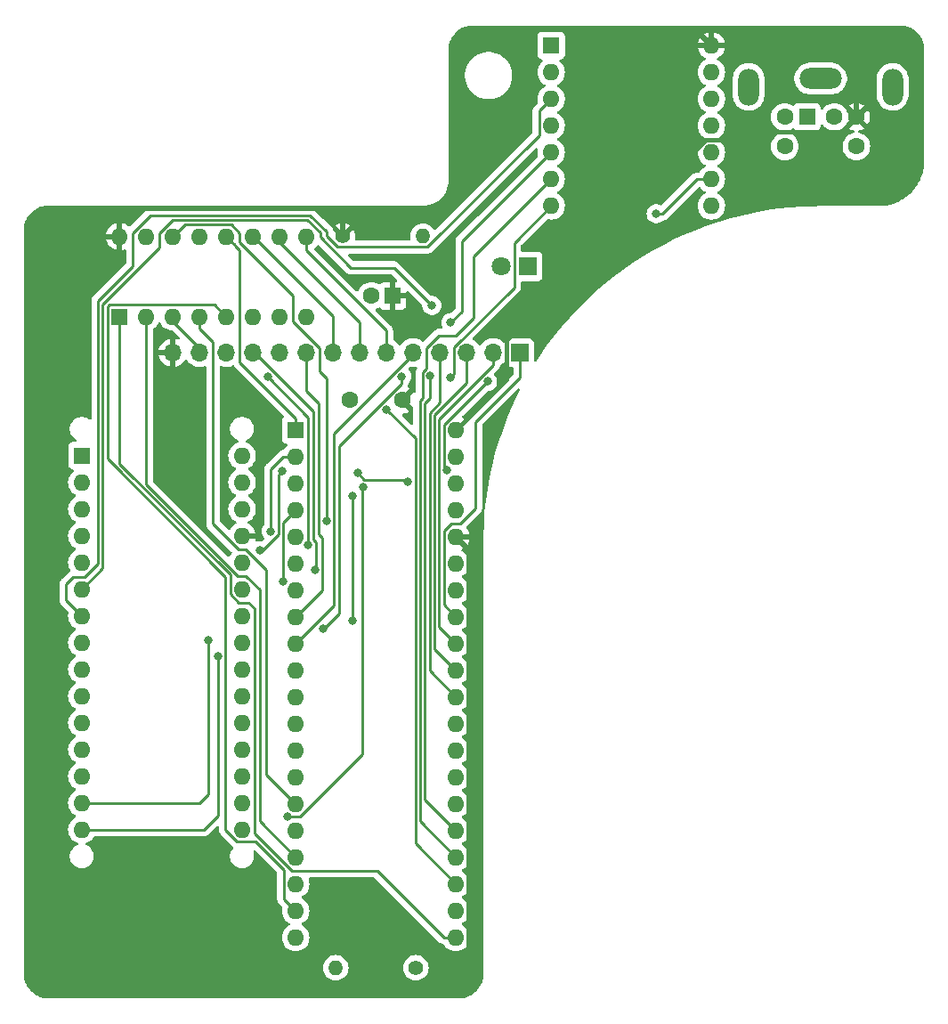
<source format=gbr>
%TF.GenerationSoftware,KiCad,Pcbnew,8.0.5*%
%TF.CreationDate,2024-10-27T18:20:28+00:00*%
%TF.ProjectId,Oric-PS2USB,4f726963-2d50-4533-9255-53422e6b6963,rev?*%
%TF.SameCoordinates,Original*%
%TF.FileFunction,Copper,L1,Top*%
%TF.FilePolarity,Positive*%
%FSLAX46Y46*%
G04 Gerber Fmt 4.6, Leading zero omitted, Abs format (unit mm)*
G04 Created by KiCad (PCBNEW 8.0.5) date 2024-10-27 18:20:28*
%MOMM*%
%LPD*%
G01*
G04 APERTURE LIST*
%TA.AperFunction,ComponentPad*%
%ADD10R,1.600000X1.600000*%
%TD*%
%TA.AperFunction,ComponentPad*%
%ADD11O,1.600000X1.600000*%
%TD*%
%TA.AperFunction,ComponentPad*%
%ADD12R,1.800000X1.800000*%
%TD*%
%TA.AperFunction,ComponentPad*%
%ADD13C,1.800000*%
%TD*%
%TA.AperFunction,ComponentPad*%
%ADD14C,1.600000*%
%TD*%
%TA.AperFunction,ComponentPad*%
%ADD15O,2.000000X3.500000*%
%TD*%
%TA.AperFunction,ComponentPad*%
%ADD16O,4.000000X2.000000*%
%TD*%
%TA.AperFunction,ComponentPad*%
%ADD17C,1.400000*%
%TD*%
%TA.AperFunction,ComponentPad*%
%ADD18O,1.400000X1.400000*%
%TD*%
%TA.AperFunction,ComponentPad*%
%ADD19O,1.700000X1.700000*%
%TD*%
%TA.AperFunction,ComponentPad*%
%ADD20R,1.700000X1.700000*%
%TD*%
%TA.AperFunction,ViaPad*%
%ADD21C,0.800000*%
%TD*%
%TA.AperFunction,Conductor*%
%ADD22C,0.500000*%
%TD*%
%TA.AperFunction,Conductor*%
%ADD23C,0.250000*%
%TD*%
%TA.AperFunction,Conductor*%
%ADD24C,0.400000*%
%TD*%
G04 APERTURE END LIST*
D10*
%TO.P,U2,1,Pin_1*%
%TO.N,unconnected-(U2-Pin_1-Pad1)*%
X31820000Y-63080000D03*
D11*
%TO.P,U2,2,Pin_2*%
%TO.N,unconnected-(U2-Pin_2-Pad2)*%
X31820000Y-65620000D03*
%TO.P,U2,3,Pin_3*%
%TO.N,unconnected-(U2-Pin_3-Pad3)*%
X31820000Y-68160000D03*
%TO.P,U2,4,Pin_4*%
%TO.N,GND*%
X31820000Y-70700000D03*
%TO.P,U2,5,Pin_5*%
%TO.N,DATA*%
X31820000Y-73240000D03*
%TO.P,U2,6,Pin_6*%
%TO.N,PS2-CLK*%
X31820000Y-75780000D03*
%TO.P,U2,7,Pin_7*%
%TO.N,STROBE*%
X31820000Y-78320000D03*
%TO.P,U2,8,Pin_8*%
%TO.N,AY2*%
X31820000Y-80860000D03*
%TO.P,U2,9,Pin_9*%
%TO.N,AY1*%
X31820000Y-83400000D03*
%TO.P,U2,10,Pin_10*%
%TO.N,AY0*%
X31820000Y-85940000D03*
%TO.P,U2,11,Pin_11*%
%TO.N,AX2*%
X31820000Y-88480000D03*
%TO.P,U2,12,Pin_12*%
%TO.N,AX1*%
X31820000Y-91020000D03*
%TO.P,U2,13,Pin_13*%
%TO.N,AX0*%
X31820000Y-93560000D03*
%TO.P,U2,14,Pin_14*%
%TO.N,AX3*%
X31820000Y-96100000D03*
%TO.P,U2,15,Pin_15*%
%TO.N,PS2-DATA*%
X31820000Y-98640000D03*
%TO.P,U2,16,Pin_16*%
%TO.N,RESET*%
X47060000Y-98640000D03*
%TO.P,U2,17,Pin_17*%
%TO.N,unconnected-(U2-Pin_17-Pad17)*%
X47060000Y-96100000D03*
%TO.P,U2,18,Pin_18*%
%TO.N,unconnected-(U2-Pin_18-Pad18)*%
X47060000Y-93560000D03*
%TO.P,U2,19,Pin_19*%
%TO.N,unconnected-(U2-Pin_19-Pad19)*%
X47060000Y-91020000D03*
%TO.P,U2,20,Pin_20*%
%TO.N,unconnected-(U2-Pin_20-Pad20)*%
X47060000Y-88480000D03*
%TO.P,U2,21,Pin_21*%
%TO.N,unconnected-(U2-Pin_21-Pad21)*%
X47060000Y-85940000D03*
%TO.P,U2,22,Pin_22*%
%TO.N,unconnected-(U2-Pin_22-Pad22)*%
X47060000Y-83400000D03*
%TO.P,U2,23,Pin_23*%
%TO.N,unconnected-(U2-Pin_23-Pad23)*%
X47060000Y-80860000D03*
%TO.P,U2,24,Pin_24*%
%TO.N,unconnected-(U2-Pin_24-Pad24)*%
X47060000Y-78320000D03*
%TO.P,U2,25,Pin_25*%
%TO.N,unconnected-(U2-Pin_25-Pad25)*%
X47060000Y-75780000D03*
%TO.P,U2,26,Pin_26*%
%TO.N,unconnected-(U2-Pin_26-Pad26)*%
X47060000Y-73240000D03*
%TO.P,U2,27,Pin_27*%
%TO.N,+5V*%
X47060000Y-70700000D03*
%TO.P,U2,28,Pin_28*%
%TO.N,unconnected-(U2-Pin_28-Pad28)*%
X47060000Y-68160000D03*
%TO.P,U2,29,Pin_29*%
%TO.N,GND*%
X47060000Y-65620000D03*
%TO.P,U2,30,Pin_30*%
%TO.N,unconnected-(U2-Pin_30-Pad30)*%
X47060000Y-63080000D03*
%TD*%
D10*
%TO.P,U1,1,Pin_1*%
%TO.N,ROW3*%
X52160000Y-60640000D03*
D11*
%TO.P,U1,2,Pin_2*%
%TO.N,AY2*%
X52160000Y-63180000D03*
%TO.P,U1,3,Pin_3*%
%TO.N,RESET*%
X52160000Y-65720000D03*
%TO.P,U1,4,Pin_4*%
%TO.N,AX3*%
X52160000Y-68260000D03*
%TO.P,U1,5,Pin_5*%
%TO.N,AX0*%
X52160000Y-70800000D03*
%TO.P,U1,6,Pin_6*%
%TO.N,unconnected-(U1-Pin_6-Pad6)*%
X52160000Y-73340000D03*
%TO.P,U1,7,Pin_7*%
%TO.N,FLOAT*%
X52160000Y-75880000D03*
%TO.P,U1,8,Pin_8*%
%TO.N,COL6*%
X52160000Y-78420000D03*
%TO.P,U1,9,Pin_9*%
%TO.N,COL7*%
X52160000Y-80960000D03*
%TO.P,U1,10,Pin_10*%
%TO.N,unconnected-(U1-Pin_10-Pad10)*%
X52160000Y-83500000D03*
%TO.P,U1,11,Pin_11*%
%TO.N,unconnected-(U1-Pin_11-Pad11)*%
X52160000Y-86040000D03*
%TO.P,U1,12,Pin_12*%
%TO.N,unconnected-(U1-Pin_12-Pad12)*%
X52160000Y-88580000D03*
%TO.P,U1,13,Pin_13*%
%TO.N,unconnected-(U1-Pin_13-Pad13)*%
X52160000Y-91120000D03*
%TO.P,U1,14,Pin_14*%
%TO.N,unconnected-(U1-Pin_14-Pad14)*%
X52160000Y-93660000D03*
%TO.P,U1,15,Pin_15*%
%TO.N,ROW7*%
X52160000Y-96200000D03*
%TO.P,U1,16,Pin_16*%
%TO.N,GND*%
X52160000Y-98740000D03*
%TO.P,U1,17,Pin_17*%
%TO.N,ROW6*%
X52160000Y-101280000D03*
%TO.P,U1,18,Pin_18*%
%TO.N,STROBE*%
X52160000Y-103820000D03*
%TO.P,U1,19,Pin_19*%
%TO.N,ROW5*%
X52160000Y-106360000D03*
%TO.P,U1,20,Pin_20*%
%TO.N,GND*%
X52160000Y-108900000D03*
%TO.P,U1,21,Pin_21*%
%TO.N,ROW4*%
X67400000Y-108900000D03*
%TO.P,U1,22,Pin_22*%
%TO.N,AX1*%
X67400000Y-106360000D03*
%TO.P,U1,23,Pin_23*%
%TO.N,AX2*%
X67400000Y-103820000D03*
%TO.P,U1,24,Pin_24*%
%TO.N,AY0*%
X67400000Y-101280000D03*
%TO.P,U1,25,Pin_25*%
%TO.N,AY1*%
X67400000Y-98740000D03*
%TO.P,U1,26,Pin_26*%
%TO.N,unconnected-(U1-Pin_26-Pad26)*%
X67400000Y-96200000D03*
%TO.P,U1,27,Pin_27*%
%TO.N,unconnected-(U1-Pin_27-Pad27)*%
X67400000Y-93660000D03*
%TO.P,U1,28,Pin_28*%
%TO.N,COL5*%
X67400000Y-91120000D03*
%TO.P,U1,29,Pin_29*%
%TO.N,COL4*%
X67400000Y-88580000D03*
%TO.P,U1,30,Pin_30*%
%TO.N,COL3*%
X67400000Y-86040000D03*
%TO.P,U1,31,Pin_31*%
%TO.N,COL2*%
X67400000Y-83500000D03*
%TO.P,U1,32,Pin_32*%
%TO.N,COL1*%
X67400000Y-80960000D03*
%TO.P,U1,33,Pin_33*%
%TO.N,COL0*%
X67400000Y-78420000D03*
%TO.P,U1,34,Pin_34*%
%TO.N,unconnected-(U1-Pin_34-Pad34)*%
X67400000Y-75880000D03*
%TO.P,U1,35,Pin_35*%
%TO.N,ROW0*%
X67400000Y-73340000D03*
%TO.P,U1,36,Pin_36*%
%TO.N,+5V*%
X67400000Y-70800000D03*
%TO.P,U1,37,Pin_37*%
%TO.N,ROW1*%
X67400000Y-68260000D03*
%TO.P,U1,38,Pin_38*%
%TO.N,DATA*%
X67400000Y-65720000D03*
%TO.P,U1,39,Pin_39*%
%TO.N,ROW2*%
X67400000Y-63180000D03*
%TO.P,U1,40,Pin_40*%
%TO.N,+5V*%
X67400000Y-60640000D03*
%TD*%
D12*
%TO.P,D17,1,K*%
%TO.N,GND*%
X74215000Y-45100000D03*
D13*
%TO.P,D17,2,A*%
%TO.N,Net-(D17-A)*%
X71675000Y-45100000D03*
%TD*%
D10*
%TO.P,J3,1*%
%TO.N,PS2-DATA*%
X100790000Y-30870000D03*
D14*
%TO.P,J3,2*%
%TO.N,unconnected-(J3-Pad2)*%
X103390000Y-30870000D03*
%TO.P,J3,3*%
%TO.N,GND*%
X98690000Y-30870000D03*
%TO.P,J3,4*%
%TO.N,+5V*%
X105490000Y-30870000D03*
%TO.P,J3,5*%
%TO.N,PS2-CLK*%
X98690000Y-33670000D03*
%TO.P,J3,6*%
%TO.N,unconnected-(J3-Pad6)*%
X105490000Y-33670000D03*
D15*
%TO.P,J3,7*%
%TO.N,GND*%
X108940000Y-28020000D03*
D16*
X102090000Y-27220000D03*
D15*
X95240000Y-28020000D03*
%TD*%
D10*
%TO.P,U3,1,X4*%
%TO.N,ROW4*%
X35400000Y-49870000D03*
D11*
%TO.P,U3,2,X6*%
%TO.N,ROW6*%
X37940000Y-49870000D03*
%TO.P,U3,3,X*%
%TO.N,COM*%
X40480000Y-49870000D03*
%TO.P,U3,4,X7*%
%TO.N,ROW7*%
X43020000Y-49870000D03*
%TO.P,U3,5,X5*%
%TO.N,ROW5*%
X45560000Y-49870000D03*
%TO.P,U3,6,Inh*%
%TO.N,GND*%
X48100000Y-49870000D03*
%TO.P,U3,7,VEE*%
X50640000Y-49870000D03*
%TO.P,U3,8,VSS*%
X53180000Y-49870000D03*
%TO.P,U3,9,C*%
%TO.N,Net-(PL1-ROW2)*%
X53180000Y-42250000D03*
%TO.P,U3,10,B*%
%TO.N,Net-(PL1-ROW1)*%
X50640000Y-42250000D03*
%TO.P,U3,11,A*%
%TO.N,Net-(PL1-ROW0)*%
X48100000Y-42250000D03*
%TO.P,U3,12,X3*%
%TO.N,ROW3*%
X45560000Y-42250000D03*
%TO.P,U3,13,X0*%
%TO.N,ROW0*%
X43020000Y-42250000D03*
%TO.P,U3,14,X1*%
%TO.N,ROW1*%
X40480000Y-42250000D03*
%TO.P,U3,15,X2*%
%TO.N,ROW2*%
X37940000Y-42250000D03*
%TO.P,U3,16,VDD*%
%TO.N,+5V*%
X35400000Y-42250000D03*
%TD*%
D17*
%TO.P,R1,1*%
%TO.N,+5V*%
X56640000Y-42210000D03*
D18*
%TO.P,R1,2*%
%TO.N,Net-(D17-A)*%
X64260000Y-42210000D03*
%TD*%
D19*
%TO.P,PL1,14,VCC*%
%TO.N,+5V*%
X40470000Y-53280000D03*
%TO.P,PL1,13,IDK*%
%TO.N,COM*%
X43010000Y-53280000D03*
%TO.P,PL1,12,COL4*%
%TO.N,COL4*%
X45550000Y-53280000D03*
%TO.P,PL1,11,COL5*%
%TO.N,COL5*%
X48090000Y-53280000D03*
%TO.P,PL1,10,GND*%
%TO.N,GND*%
X50630000Y-53280000D03*
%TO.P,PL1,9,COL6*%
%TO.N,COL6*%
X53170000Y-53280000D03*
%TO.P,PL1,8,ROW0*%
%TO.N,Net-(PL1-ROW0)*%
X55710000Y-53280000D03*
%TO.P,PL1,7,ROW1*%
%TO.N,Net-(PL1-ROW1)*%
X58250000Y-53280000D03*
%TO.P,PL1,6,ROW2*%
%TO.N,Net-(PL1-ROW2)*%
X60790000Y-53280000D03*
%TO.P,PL1,5,COL7*%
%TO.N,COL7*%
X63330000Y-53280000D03*
%TO.P,PL1,4,COL3*%
%TO.N,COL3*%
X65870000Y-53280000D03*
%TO.P,PL1,3,COL2*%
%TO.N,COL2*%
X68410000Y-53280000D03*
%TO.P,PL1,2,COL1*%
%TO.N,COL1*%
X70950000Y-53280000D03*
D20*
%TO.P,PL1,1,COL0*%
%TO.N,COL0*%
X73490000Y-53280000D03*
%TD*%
D10*
%TO.P,U7,1,Pin_1*%
%TO.N,DATA*%
X76460000Y-24090000D03*
D11*
%TO.P,U7,2,Pin_2*%
%TO.N,unconnected-(U7-Pin_2-Pad2)*%
X76460000Y-26630000D03*
%TO.P,U7,3,Pin_3*%
%TO.N,STROBE*%
X76460000Y-29170000D03*
%TO.P,U7,4,Pin_4*%
%TO.N,AY2*%
X76460000Y-31710000D03*
%TO.P,U7,5,Pin_5*%
%TO.N,AY1*%
X76460000Y-34250000D03*
%TO.P,U7,6,Pin_6*%
%TO.N,AY0*%
X76460000Y-36790000D03*
%TO.P,U7,7,Pin_7*%
%TO.N,AX2*%
X76460000Y-39330000D03*
%TO.P,U7,8,Pin_8*%
%TO.N,AX1*%
X91700000Y-39330000D03*
%TO.P,U7,9,Pin_9*%
%TO.N,AX0*%
X91700000Y-36790000D03*
%TO.P,U7,10,Pin_10*%
%TO.N,AX3*%
X91700000Y-34250000D03*
%TO.P,U7,11,Pin_11*%
%TO.N,RESET*%
X91700000Y-31710000D03*
%TO.P,U7,12,Pin_12*%
%TO.N,unconnected-(U7-Pin_12-Pad12)*%
X91700000Y-29170000D03*
%TO.P,U7,13,Pin_13*%
%TO.N,GND*%
X91700000Y-26630000D03*
%TO.P,U7,14,Pin_14*%
%TO.N,+5V*%
X91700000Y-24090000D03*
%TD*%
D10*
%TO.P,C2,1*%
%TO.N,+5V*%
X61360000Y-47890000D03*
D14*
%TO.P,C2,2*%
%TO.N,GND*%
X59360000Y-47890000D03*
%TD*%
%TO.P,C1,1*%
%TO.N,GND*%
X57285000Y-57780000D03*
%TO.P,C1,2*%
%TO.N,+5V*%
X62285000Y-57780000D03*
%TD*%
D17*
%TO.P,R2,1*%
%TO.N,FLOAT*%
X63595000Y-111770000D03*
D18*
%TO.P,R2,2*%
%TO.N,GND*%
X55975000Y-111770000D03*
%TD*%
D21*
%TO.N,AX0*%
X86446143Y-40091143D03*
%TO.N,ROW0*%
X49480000Y-55570000D03*
X53351800Y-71609200D03*
%TO.N,ROW1*%
X55067400Y-69271500D03*
%TO.N,COL4*%
X57545700Y-66914600D03*
X57545700Y-78788600D03*
%TO.N,COL5*%
X53978800Y-73945600D03*
%TO.N,PS2-DATA*%
X54752347Y-79497653D03*
X44760000Y-82130000D03*
X62240000Y-55540000D03*
%TO.N,PS2-CLK*%
X65115247Y-48805247D03*
%TO.N,AY2*%
X49810000Y-70280000D03*
%TO.N,RESET*%
X58547996Y-66113700D03*
X51348300Y-97377900D03*
%TO.N,AX3*%
X43870000Y-80610000D03*
X50992900Y-75032400D03*
%TO.N,AX0*%
X66527600Y-64496300D03*
X70402800Y-56035400D03*
%TO.N,AX2*%
X60814000Y-58689300D03*
X66880000Y-55660000D03*
%TO.N,AY1*%
X64946200Y-55467300D03*
X66910000Y-50430000D03*
%TO.N,DATA*%
X58060000Y-64750000D03*
X50870000Y-64580000D03*
X48720000Y-72113300D03*
X62812800Y-65530000D03*
%TD*%
D22*
%TO.N,+5V*%
X67060000Y-37934600D02*
X67060000Y-25130000D01*
X90040000Y-22430000D02*
X91700000Y-24090000D01*
X65425500Y-39569100D02*
X67060000Y-37934600D01*
X67060000Y-25130000D02*
X69760000Y-22430000D01*
X64258600Y-39569100D02*
X65425500Y-39569100D01*
X69760000Y-22430000D02*
X90040000Y-22430000D01*
X64256500Y-39567100D02*
X64258600Y-39569100D01*
X56750000Y-39567100D02*
X64256500Y-39567100D01*
X35377100Y-39640000D02*
X35450000Y-39567100D01*
X29240000Y-39640000D02*
X35377100Y-39640000D01*
X26557600Y-42322400D02*
X29240000Y-39640000D01*
X26557600Y-111380000D02*
X26557600Y-42322400D01*
X68640000Y-79730000D02*
X68650000Y-79740000D01*
X68650000Y-79720000D02*
X68640000Y-79730000D01*
X68650000Y-72050000D02*
X68650000Y-79720000D01*
X68650000Y-79740000D02*
X68650000Y-112470000D01*
X68650000Y-112470000D02*
X66687600Y-114432000D01*
X67400000Y-70800000D02*
X68650000Y-72050000D01*
X29610000Y-114432000D02*
X26557600Y-111380000D01*
X66687600Y-114432000D02*
X29610000Y-114432000D01*
D23*
%TO.N,AX0*%
X90338900Y-36790000D02*
X91700000Y-36790000D01*
X87037757Y-40091143D02*
X90338900Y-36790000D01*
X86446143Y-40091143D02*
X87037757Y-40091143D01*
D24*
%TO.N,+5V*%
X97330000Y-32280000D02*
X104080000Y-32280000D01*
X91202943Y-33050000D02*
X96560000Y-33050000D01*
X86280000Y-37972943D02*
X91202943Y-33050000D01*
X86280000Y-37990000D02*
X86280000Y-37972943D01*
X72200000Y-55840000D02*
X72200000Y-52070000D01*
X104080000Y-32280000D02*
X105490000Y-30870000D01*
X72200000Y-52070000D02*
X86280000Y-37990000D01*
X96560000Y-33050000D02*
X97330000Y-32280000D01*
X67400000Y-60640000D02*
X72200000Y-55840000D01*
D23*
%TO.N,AY1*%
X67982400Y-42727600D02*
X76460000Y-34250000D01*
X66910000Y-50430000D02*
X67982400Y-49357600D01*
X67982400Y-49357600D02*
X67982400Y-42727600D01*
%TO.N,PS2-DATA*%
X54822347Y-79497653D02*
X54752347Y-79497653D01*
X56251300Y-62201300D02*
X56251300Y-78068700D01*
X62240000Y-56212600D02*
X56251300Y-62201300D01*
X62240000Y-55540000D02*
X62240000Y-56212600D01*
X56251300Y-78068700D02*
X54822347Y-79497653D01*
D22*
%TO.N,+5V*%
X56640000Y-42210000D02*
X56640000Y-39677100D01*
X103880000Y-24090000D02*
X105490000Y-25700000D01*
X105490000Y-25700000D02*
X105490000Y-30870000D01*
X56640000Y-39677100D02*
X56750000Y-39567100D01*
X35450000Y-39567100D02*
X56750000Y-39567100D01*
X35400000Y-39617100D02*
X35450000Y-39567100D01*
X35400000Y-42250000D02*
X35400000Y-39617100D01*
X91700000Y-24090000D02*
X103880000Y-24090000D01*
D23*
%TO.N,Net-(PL1-ROW2)*%
X53180000Y-43590000D02*
X53180000Y-42250000D01*
X60790000Y-53280000D02*
X60790000Y-51200000D01*
X60790000Y-51200000D02*
X53180000Y-43590000D01*
%TO.N,ROW0*%
X49480000Y-55570000D02*
X49480000Y-55590000D01*
X53351800Y-59461800D02*
X53351800Y-71609200D01*
X49480000Y-55590000D02*
X53351800Y-59461800D01*
%TO.N,ROW1*%
X41606700Y-41123300D02*
X46040800Y-41123300D01*
X40480000Y-42250000D02*
X41606700Y-41123300D01*
X51910000Y-50313100D02*
X54440000Y-52843100D01*
X46829800Y-41912300D02*
X46829800Y-42769800D01*
X55067400Y-55717400D02*
X55067400Y-69271500D01*
X46829800Y-42769800D02*
X51910000Y-47850000D01*
X54440000Y-55090000D02*
X55067400Y-55717400D01*
X51910000Y-47850000D02*
X51910000Y-50313100D01*
X54440000Y-52843100D02*
X54440000Y-55090000D01*
X46040800Y-41123300D02*
X46829800Y-41912300D01*
%TO.N,ROW3*%
X52160000Y-59513300D02*
X52160000Y-60640000D01*
X46830000Y-54183300D02*
X52160000Y-59513300D01*
X45560000Y-42250000D02*
X46379800Y-43069800D01*
X46379800Y-43111196D02*
X46830000Y-43561396D01*
X46379800Y-43069800D02*
X46379800Y-43111196D01*
X46830000Y-43561396D02*
X46830000Y-54183300D01*
%TO.N,COL0*%
X66252500Y-70258600D02*
X66981100Y-69530000D01*
X69255900Y-59853500D02*
X73490000Y-55619400D01*
X67807900Y-69530000D02*
X69255900Y-68082000D01*
X67400000Y-78420000D02*
X66252500Y-77272500D01*
X66252500Y-77272500D02*
X66252500Y-70258600D01*
X66981100Y-69530000D02*
X67807900Y-69530000D01*
X69255900Y-68082000D02*
X69255900Y-59853500D01*
X73490000Y-55619400D02*
X73490000Y-53280000D01*
%TO.N,COL1*%
X65800800Y-79360800D02*
X65800800Y-59605900D01*
X70950000Y-54456700D02*
X70950000Y-53280000D01*
X67400000Y-80960000D02*
X65800800Y-79360800D01*
X65800800Y-59605900D02*
X70950000Y-54456700D01*
%TO.N,COL2*%
X68410000Y-56181500D02*
X68410000Y-53280000D01*
X65346100Y-59245400D02*
X68410000Y-56181500D01*
X67400000Y-83500000D02*
X65346100Y-81446100D01*
X65346100Y-81446100D02*
X65346100Y-59245400D01*
%TO.N,COL3*%
X65870000Y-58052800D02*
X64892900Y-59029900D01*
X64892900Y-83532900D02*
X67400000Y-86040000D01*
X65870000Y-53280000D02*
X65870000Y-58052800D01*
X64892900Y-59029900D02*
X64892900Y-83532900D01*
%TO.N,COL4*%
X57545700Y-78788600D02*
X57545700Y-66914600D01*
%TO.N,COL5*%
X54078600Y-71282500D02*
X54078600Y-73845800D01*
X48090000Y-53280000D02*
X48230000Y-53280000D01*
X48230000Y-53280000D02*
X53853400Y-58903400D01*
X53853400Y-71057300D02*
X54078600Y-71282500D01*
X54078600Y-73845800D02*
X53978800Y-73945600D01*
X53853400Y-58903400D02*
X53853400Y-71057300D01*
%TO.N,COL6*%
X53170000Y-53280000D02*
X53170000Y-56965200D01*
X54705500Y-75874500D02*
X52160000Y-78420000D01*
X54705500Y-70927300D02*
X54705500Y-75874500D01*
X54305100Y-70526900D02*
X54705500Y-70927300D01*
X53170000Y-56965200D02*
X54305100Y-58100300D01*
X54305100Y-58100300D02*
X54305100Y-70526900D01*
%TO.N,Net-(PL1-ROW1)*%
X58250000Y-53280000D02*
X58250000Y-50400000D01*
X58250000Y-50400000D02*
X50640000Y-42790000D01*
X50640000Y-42790000D02*
X50640000Y-42250000D01*
%TO.N,ROW7*%
X44280100Y-52256800D02*
X43020000Y-50996700D01*
X46712700Y-71970000D02*
X44280100Y-69537400D01*
X52160000Y-96200000D02*
X49342200Y-93382200D01*
X44280100Y-69537400D02*
X44280100Y-52256800D01*
X49342200Y-93382200D02*
X49342200Y-73928700D01*
X49342200Y-73928700D02*
X47383500Y-71970000D01*
X47383500Y-71970000D02*
X46712700Y-71970000D01*
X43020000Y-50996700D02*
X43020000Y-49870000D01*
%TO.N,PS2-DATA*%
X44760000Y-82130000D02*
X44760000Y-97320000D01*
X44760000Y-97320000D02*
X43440000Y-98640000D01*
X43440000Y-98640000D02*
X31820000Y-98640000D01*
%TO.N,PS2-CLK*%
X61515900Y-45225900D02*
X57424400Y-45225900D01*
X33806700Y-73793300D02*
X31820000Y-75780000D01*
X54495100Y-41898000D02*
X53263900Y-40666800D01*
X57424400Y-45225900D02*
X54495100Y-42296600D01*
X53263900Y-40666800D02*
X40461200Y-40666800D01*
X54495100Y-42296600D02*
X54495100Y-41898000D01*
X33806700Y-48701600D02*
X33806700Y-73793300D01*
X40461200Y-40666800D02*
X39210000Y-41918000D01*
X65095247Y-48805247D02*
X61515900Y-45225900D01*
X39210000Y-43298300D02*
X33806700Y-48701600D01*
X65115247Y-48805247D02*
X65095247Y-48805247D01*
X39210000Y-41918000D02*
X39210000Y-43298300D01*
%TO.N,AY2*%
X50990000Y-63180000D02*
X52160000Y-63180000D01*
X49810000Y-70280000D02*
X49810000Y-64360000D01*
X49810000Y-64360000D02*
X50990000Y-63180000D01*
%TO.N,RESET*%
X58530900Y-91432600D02*
X52585600Y-97377900D01*
X58547996Y-66113700D02*
X58530900Y-66130796D01*
X58530900Y-66130796D02*
X58530900Y-91432600D01*
X52585600Y-97377900D02*
X51348300Y-97377900D01*
%TO.N,AX3*%
X43040000Y-96100000D02*
X31820000Y-96100000D01*
X43870000Y-95270000D02*
X43040000Y-96100000D01*
X50992900Y-69427100D02*
X50992900Y-75032400D01*
X52160000Y-68260000D02*
X50992900Y-69427100D01*
X43870000Y-80610000D02*
X43870000Y-95270000D01*
%TO.N,AX0*%
X66273300Y-64242000D02*
X66527600Y-64496300D01*
X66273300Y-60164900D02*
X66273300Y-64242000D01*
X70402800Y-56035400D02*
X66273300Y-60164900D01*
%TO.N,Net-(PL1-ROW0)*%
X48100000Y-42250000D02*
X48130000Y-42250000D01*
X48130000Y-42250000D02*
X55710000Y-49830000D01*
X55710000Y-49830000D02*
X55710000Y-53280000D01*
%TO.N,ROW5*%
X46594009Y-99765000D02*
X45485000Y-98655991D01*
X34256700Y-48914600D02*
X34428000Y-48743300D01*
X51035000Y-102455996D02*
X48344004Y-99765000D01*
X45485000Y-98655991D02*
X45485000Y-74594392D01*
X44433300Y-48743300D02*
X45560000Y-49870000D01*
X45485000Y-74594392D02*
X34256700Y-63366092D01*
X48344004Y-99765000D02*
X46594009Y-99765000D01*
X52160000Y-106360000D02*
X51035000Y-105235000D01*
X34428000Y-48743300D02*
X44433300Y-48743300D01*
X51035000Y-105235000D02*
X51035000Y-102455996D01*
X34256700Y-63366092D02*
X34256700Y-48914600D01*
%TO.N,STROBE*%
X36670000Y-45070000D02*
X36670000Y-41903200D01*
X33356700Y-73393300D02*
X33356700Y-48383300D01*
X55106000Y-41791500D02*
X55106000Y-42190700D01*
X36670000Y-41903200D02*
X38358100Y-40215100D01*
X30336800Y-76836800D02*
X30336800Y-75290000D01*
X75330000Y-32604300D02*
X75330000Y-30300000D01*
X64697500Y-43236800D02*
X75330000Y-32604300D01*
X32095000Y-74655000D02*
X33356700Y-73393300D01*
X55106000Y-42190700D02*
X56152100Y-43236800D01*
X75330000Y-30300000D02*
X76460000Y-29170000D01*
X30971800Y-74655000D02*
X32095000Y-74655000D01*
X33356700Y-48383300D02*
X36670000Y-45070000D01*
X31820000Y-78320000D02*
X30336800Y-76836800D01*
X30336800Y-75290000D02*
X30971800Y-74655000D01*
X53529600Y-40215100D02*
X55106000Y-41791500D01*
X56152100Y-43236800D02*
X64697500Y-43236800D01*
X38358100Y-40215100D02*
X53529600Y-40215100D01*
%TO.N,AX2*%
X72945100Y-42834900D02*
X76450000Y-39330000D01*
X66880000Y-55660000D02*
X67233300Y-55306700D01*
X67400000Y-103820000D02*
X63537800Y-99957800D01*
X63537800Y-99957800D02*
X63537800Y-61413100D01*
X72945100Y-47080700D02*
X72945100Y-42834900D01*
X76450000Y-39330000D02*
X76460000Y-39330000D01*
X67233300Y-55306700D02*
X67233300Y-52792500D01*
X63537800Y-61413100D02*
X60814000Y-58689300D01*
X67233300Y-52792500D02*
X72945100Y-47080700D01*
%TO.N,AY0*%
X65814000Y-51651600D02*
X64600100Y-52865500D01*
X64219500Y-55166400D02*
X64219500Y-57602000D01*
X64600100Y-52865500D02*
X64600100Y-54785800D01*
X76460000Y-36790000D02*
X69069800Y-44180200D01*
X69069800Y-49980200D02*
X67398400Y-51651600D01*
X64219500Y-57602000D02*
X63989500Y-57832000D01*
X64600100Y-54785800D02*
X64219500Y-55166400D01*
X69069800Y-44180200D02*
X69069800Y-49980200D01*
X67398400Y-51651600D02*
X65814000Y-51651600D01*
X63989500Y-57832000D02*
X63989500Y-97859500D01*
X67400000Y-101270000D02*
X67400000Y-101280000D01*
X63989500Y-97859500D02*
X67400000Y-101270000D01*
%TO.N,AY1*%
X64946200Y-57618000D02*
X64946200Y-55467300D01*
X64441200Y-58123000D02*
X64946200Y-57618000D01*
X64441200Y-95781200D02*
X64441200Y-58123000D01*
X67400000Y-98740000D02*
X64441200Y-95781200D01*
%TO.N,ROW6*%
X48744200Y-97864200D02*
X52160000Y-101280000D01*
X46673400Y-74510000D02*
X47429300Y-74510000D01*
X48744200Y-75824900D02*
X48744200Y-97864200D01*
X37940000Y-65776600D02*
X46673400Y-74510000D01*
X37940000Y-49870000D02*
X37940000Y-65776600D01*
X47429300Y-74510000D02*
X48744200Y-75824900D01*
%TO.N,DATA*%
X49002005Y-72113300D02*
X48720000Y-72113300D01*
X50870000Y-64580000D02*
X50540000Y-64910000D01*
X58698700Y-65388700D02*
X59810000Y-65388700D01*
X59810000Y-65388700D02*
X62671500Y-65388700D01*
X58060000Y-64750000D02*
X58698700Y-65388700D01*
X62671500Y-65388700D02*
X62812800Y-65530000D01*
X50540000Y-70575305D02*
X49002005Y-72113300D01*
X50540000Y-64910000D02*
X50540000Y-70575305D01*
%TO.N,ROW4*%
X35400000Y-63872996D02*
X35400000Y-49870000D01*
X47690991Y-77070000D02*
X46759009Y-77070000D01*
X48250000Y-77629009D02*
X47690991Y-77070000D01*
X45935000Y-74407996D02*
X35400000Y-63872996D01*
X46759009Y-77070000D02*
X45935000Y-76245991D01*
X45935000Y-76245991D02*
X45935000Y-74407996D01*
X59923300Y-102550000D02*
X51765400Y-102550000D01*
X48250000Y-99034600D02*
X48250000Y-77629009D01*
X67400000Y-108900000D02*
X66273300Y-108900000D01*
X66273300Y-108900000D02*
X59923300Y-102550000D01*
X51765400Y-102550000D02*
X48250000Y-99034600D01*
%TO.N,COM*%
X40480000Y-49870000D02*
X40480000Y-50310000D01*
X40480000Y-50310000D02*
X43010000Y-52840000D01*
X43010000Y-52840000D02*
X43010000Y-53280000D01*
%TO.N,COL7*%
X63330000Y-53420000D02*
X63330000Y-53280000D01*
X55796900Y-60953100D02*
X63330000Y-53420000D01*
X55796900Y-77323100D02*
X55796900Y-60953100D01*
X52160000Y-80960000D02*
X55796900Y-77323100D01*
%TD*%
%TA.AperFunction,Conductor*%
%TO.N,+5V*%
G36*
X109631361Y-22180016D02*
G01*
X109775789Y-22182314D01*
X109789983Y-22183358D01*
X110077369Y-22221188D01*
X110093266Y-22224350D01*
X110372290Y-22299109D01*
X110387648Y-22304322D01*
X110654532Y-22414865D01*
X110669079Y-22422039D01*
X110919242Y-22566466D01*
X110932721Y-22575471D01*
X111116983Y-22716857D01*
X111161902Y-22751324D01*
X111174097Y-22762019D01*
X111378353Y-22966271D01*
X111389048Y-22978466D01*
X111564895Y-23207631D01*
X111573907Y-23221117D01*
X111718344Y-23471285D01*
X111725516Y-23485829D01*
X111836063Y-23752709D01*
X111841275Y-23768061D01*
X111916040Y-24047087D01*
X111919204Y-24062996D01*
X111957034Y-24350345D01*
X111958080Y-24364589D01*
X111960341Y-24509040D01*
X111960356Y-24510981D01*
X111960356Y-35008892D01*
X111960347Y-35010389D01*
X111957842Y-35217891D01*
X111957254Y-35228549D01*
X111916499Y-35642302D01*
X111914713Y-35654339D01*
X111833748Y-36061360D01*
X111830791Y-36073164D01*
X111710322Y-36470284D01*
X111706223Y-36481742D01*
X111547403Y-36865160D01*
X111542200Y-36876160D01*
X111346568Y-37242155D01*
X111340312Y-37252592D01*
X111109750Y-37597649D01*
X111102501Y-37607423D01*
X110839229Y-37928216D01*
X110831057Y-37937233D01*
X110537602Y-38230686D01*
X110528585Y-38238858D01*
X110207789Y-38502126D01*
X110198015Y-38509374D01*
X109852948Y-38739939D01*
X109842525Y-38746187D01*
X109476512Y-38941823D01*
X109465517Y-38947023D01*
X109082113Y-39105833D01*
X109070656Y-39109933D01*
X108673514Y-39230404D01*
X108661710Y-39233360D01*
X108254696Y-39314319D01*
X108242659Y-39316105D01*
X107828897Y-39356857D01*
X107818264Y-39357445D01*
X107610734Y-39359991D01*
X107609213Y-39360000D01*
X102010000Y-39360000D01*
X101506557Y-39362246D01*
X101438779Y-39362549D01*
X100297083Y-39403325D01*
X99157585Y-39484822D01*
X98021678Y-39606945D01*
X96890892Y-39769528D01*
X95766598Y-39972373D01*
X94650293Y-40215210D01*
X93543355Y-40497739D01*
X92447191Y-40819603D01*
X91363257Y-41180370D01*
X90292828Y-41579619D01*
X89237358Y-42016810D01*
X88198204Y-42491375D01*
X87176586Y-43002761D01*
X86173913Y-43550262D01*
X85191393Y-44133218D01*
X84230346Y-44750845D01*
X83291917Y-45402407D01*
X82377374Y-46087025D01*
X81487819Y-46803874D01*
X80624430Y-47552006D01*
X79788283Y-48330485D01*
X78980485Y-49138283D01*
X78202006Y-49974430D01*
X77453874Y-50837819D01*
X76737025Y-51727374D01*
X76052407Y-52641917D01*
X75400845Y-53580346D01*
X75076815Y-54084547D01*
X75024011Y-54130302D01*
X74954853Y-54140246D01*
X74891297Y-54111221D01*
X74853523Y-54052443D01*
X74848500Y-54017508D01*
X74848500Y-52381362D01*
X74848499Y-52381345D01*
X74844672Y-52345759D01*
X74841989Y-52320799D01*
X74834391Y-52300429D01*
X74812918Y-52242858D01*
X74790889Y-52183796D01*
X74703261Y-52066739D01*
X74586204Y-51979111D01*
X74449203Y-51928011D01*
X74388654Y-51921500D01*
X74388638Y-51921500D01*
X72591362Y-51921500D01*
X72591345Y-51921500D01*
X72530797Y-51928011D01*
X72530795Y-51928011D01*
X72393795Y-51979111D01*
X72276739Y-52066739D01*
X72189111Y-52183795D01*
X72143861Y-52305111D01*
X72101989Y-52361044D01*
X72036524Y-52385460D01*
X71968252Y-52370607D01*
X71936454Y-52345762D01*
X71873240Y-52277094D01*
X71695576Y-52138811D01*
X71695575Y-52138810D01*
X71695572Y-52138808D01*
X71497580Y-52031661D01*
X71497577Y-52031659D01*
X71497574Y-52031658D01*
X71497571Y-52031657D01*
X71497569Y-52031656D01*
X71284637Y-51958556D01*
X71062569Y-51921500D01*
X70837431Y-51921500D01*
X70615362Y-51958556D01*
X70402430Y-52031656D01*
X70402419Y-52031661D01*
X70204427Y-52138808D01*
X70204422Y-52138812D01*
X70026761Y-52277092D01*
X70026756Y-52277097D01*
X69874284Y-52442723D01*
X69874276Y-52442734D01*
X69783808Y-52581206D01*
X69730662Y-52626562D01*
X69661431Y-52635986D01*
X69598095Y-52606484D01*
X69576192Y-52581206D01*
X69485723Y-52442734D01*
X69485715Y-52442723D01*
X69333243Y-52277097D01*
X69333238Y-52277092D01*
X69155577Y-52138812D01*
X69155578Y-52138812D01*
X69155576Y-52138811D01*
X69060008Y-52087092D01*
X69010418Y-52037874D01*
X68995310Y-51969657D01*
X69019480Y-51904102D01*
X69031338Y-51890364D01*
X73437171Y-47484533D01*
X73506500Y-47380775D01*
X73554255Y-47265485D01*
X73578600Y-47143094D01*
X73578600Y-47018306D01*
X73578600Y-46632500D01*
X73598285Y-46565461D01*
X73651089Y-46519706D01*
X73702600Y-46508500D01*
X75163638Y-46508500D01*
X75163654Y-46508499D01*
X75190692Y-46505591D01*
X75224201Y-46501989D01*
X75361204Y-46450889D01*
X75478261Y-46363261D01*
X75565889Y-46246204D01*
X75616989Y-46109201D01*
X75620591Y-46075692D01*
X75623499Y-46048654D01*
X75623500Y-46048637D01*
X75623500Y-44151362D01*
X75623499Y-44151345D01*
X75620157Y-44120270D01*
X75616989Y-44090799D01*
X75605570Y-44060185D01*
X75586678Y-44009533D01*
X75565889Y-43953796D01*
X75478261Y-43836739D01*
X75361204Y-43749111D01*
X75331940Y-43738196D01*
X75224203Y-43698011D01*
X75163654Y-43691500D01*
X75163638Y-43691500D01*
X73702600Y-43691500D01*
X73635561Y-43671815D01*
X73589806Y-43619011D01*
X73578600Y-43567500D01*
X73578600Y-43148665D01*
X73598285Y-43081626D01*
X73614914Y-43060989D01*
X76039683Y-40636219D01*
X76101004Y-40602736D01*
X76159457Y-40604128D01*
X76231905Y-40623541D01*
X76231906Y-40623541D01*
X76231913Y-40623543D01*
X76426031Y-40640526D01*
X76459998Y-40643498D01*
X76460000Y-40643498D01*
X76460002Y-40643498D01*
X76517021Y-40638509D01*
X76688087Y-40623543D01*
X76909243Y-40564284D01*
X77116749Y-40467523D01*
X77304300Y-40336198D01*
X77466198Y-40174300D01*
X77524425Y-40091143D01*
X85532639Y-40091143D01*
X85552601Y-40281071D01*
X85552602Y-40281074D01*
X85611613Y-40462692D01*
X85611616Y-40462699D01*
X85707103Y-40628087D01*
X85772121Y-40700297D01*
X85822020Y-40755716D01*
X85834890Y-40770009D01*
X85989391Y-40882261D01*
X86163855Y-40959937D01*
X86350656Y-40999643D01*
X86541630Y-40999643D01*
X86728431Y-40959937D01*
X86902895Y-40882261D01*
X87057396Y-40770009D01*
X87070266Y-40755715D01*
X87129752Y-40719067D01*
X87138225Y-40717070D01*
X87170321Y-40710685D01*
X87222542Y-40700298D01*
X87337832Y-40652543D01*
X87441590Y-40583214D01*
X90464399Y-37560403D01*
X90525720Y-37526920D01*
X90595412Y-37531904D01*
X90651345Y-37573776D01*
X90653652Y-37576961D01*
X90674982Y-37607423D01*
X90693802Y-37634300D01*
X90855700Y-37796198D01*
X91043251Y-37927523D01*
X91086345Y-37947618D01*
X91138784Y-37993791D01*
X91157936Y-38060984D01*
X91137720Y-38127865D01*
X91086345Y-38172382D01*
X91043251Y-38192476D01*
X90977012Y-38238858D01*
X90855700Y-38323802D01*
X90855698Y-38323803D01*
X90855695Y-38323806D01*
X90693806Y-38485695D01*
X90693803Y-38485698D01*
X90693802Y-38485700D01*
X90669530Y-38520364D01*
X90562476Y-38673252D01*
X90562475Y-38673254D01*
X90465718Y-38880750D01*
X90465714Y-38880761D01*
X90406457Y-39101910D01*
X90406456Y-39101918D01*
X90386502Y-39329998D01*
X90386502Y-39330001D01*
X90406456Y-39558081D01*
X90406457Y-39558089D01*
X90465714Y-39779238D01*
X90465718Y-39779249D01*
X90521854Y-39899633D01*
X90562477Y-39986749D01*
X90693802Y-40174300D01*
X90855700Y-40336198D01*
X91043251Y-40467523D01*
X91108050Y-40497739D01*
X91250750Y-40564281D01*
X91250752Y-40564281D01*
X91250757Y-40564284D01*
X91471913Y-40623543D01*
X91634832Y-40637796D01*
X91699998Y-40643498D01*
X91700000Y-40643498D01*
X91700002Y-40643498D01*
X91757021Y-40638509D01*
X91928087Y-40623543D01*
X92149243Y-40564284D01*
X92356749Y-40467523D01*
X92544300Y-40336198D01*
X92706198Y-40174300D01*
X92837523Y-39986749D01*
X92934284Y-39779243D01*
X92993543Y-39558087D01*
X93013498Y-39330000D01*
X93013497Y-39329993D01*
X93002877Y-39208606D01*
X92993543Y-39101913D01*
X92934284Y-38880757D01*
X92837523Y-38673251D01*
X92706198Y-38485700D01*
X92544300Y-38323802D01*
X92356749Y-38192477D01*
X92313655Y-38172382D01*
X92261215Y-38126210D01*
X92242063Y-38059017D01*
X92262278Y-37992136D01*
X92313655Y-37947618D01*
X92316882Y-37946112D01*
X92356749Y-37927523D01*
X92544300Y-37796198D01*
X92706198Y-37634300D01*
X92837523Y-37446749D01*
X92934284Y-37239243D01*
X92993543Y-37018087D01*
X93013498Y-36790000D01*
X93013497Y-36789993D01*
X92993543Y-36561918D01*
X92993543Y-36561913D01*
X92934284Y-36340757D01*
X92837523Y-36133251D01*
X92706198Y-35945700D01*
X92544300Y-35783802D01*
X92356749Y-35652477D01*
X92334928Y-35642302D01*
X92313655Y-35632382D01*
X92261215Y-35586210D01*
X92242063Y-35519017D01*
X92262278Y-35452136D01*
X92313655Y-35407618D01*
X92316882Y-35406112D01*
X92356749Y-35387523D01*
X92544300Y-35256198D01*
X92706198Y-35094300D01*
X92837523Y-34906749D01*
X92934284Y-34699243D01*
X92993543Y-34478087D01*
X93013498Y-34250000D01*
X92993543Y-34021913D01*
X92934284Y-33800757D01*
X92837523Y-33593251D01*
X92706198Y-33405700D01*
X92544300Y-33243802D01*
X92356749Y-33112477D01*
X92313655Y-33092382D01*
X92261215Y-33046210D01*
X92242063Y-32979017D01*
X92262278Y-32912136D01*
X92313655Y-32867618D01*
X92316882Y-32866112D01*
X92356749Y-32847523D01*
X92544300Y-32716198D01*
X92706198Y-32554300D01*
X92837523Y-32366749D01*
X92934284Y-32159243D01*
X92993543Y-31938087D01*
X93012742Y-31718637D01*
X93013498Y-31710001D01*
X93013498Y-31709998D01*
X93001896Y-31577385D01*
X92993543Y-31481913D01*
X92934284Y-31260757D01*
X92837523Y-31053251D01*
X92709208Y-30869998D01*
X97376502Y-30869998D01*
X97376502Y-30870001D01*
X97396456Y-31098081D01*
X97396457Y-31098089D01*
X97455714Y-31319238D01*
X97455718Y-31319249D01*
X97531572Y-31481918D01*
X97552477Y-31526749D01*
X97683802Y-31714300D01*
X97845700Y-31876198D01*
X98033251Y-32007523D01*
X98088445Y-32033260D01*
X98240750Y-32104281D01*
X98240752Y-32104281D01*
X98240757Y-32104284D01*
X98240761Y-32104285D01*
X98412210Y-32150225D01*
X98471870Y-32186590D01*
X98502399Y-32249437D01*
X98494104Y-32318813D01*
X98449619Y-32372691D01*
X98412210Y-32389775D01*
X98240761Y-32435714D01*
X98240750Y-32435718D01*
X98033254Y-32532475D01*
X98033252Y-32532476D01*
X98002079Y-32554304D01*
X97845700Y-32663802D01*
X97845698Y-32663803D01*
X97845695Y-32663806D01*
X97683806Y-32825695D01*
X97683803Y-32825698D01*
X97683802Y-32825700D01*
X97668521Y-32847524D01*
X97552476Y-33013252D01*
X97552475Y-33013254D01*
X97455718Y-33220750D01*
X97455714Y-33220761D01*
X97396457Y-33441910D01*
X97396456Y-33441918D01*
X97376502Y-33669998D01*
X97376502Y-33670001D01*
X97396456Y-33898081D01*
X97396457Y-33898089D01*
X97455714Y-34119238D01*
X97455718Y-34119249D01*
X97516689Y-34250001D01*
X97552477Y-34326749D01*
X97683802Y-34514300D01*
X97845700Y-34676198D01*
X98033251Y-34807523D01*
X98158091Y-34865736D01*
X98240750Y-34904281D01*
X98240752Y-34904281D01*
X98240757Y-34904284D01*
X98461913Y-34963543D01*
X98624832Y-34977796D01*
X98689998Y-34983498D01*
X98690000Y-34983498D01*
X98690002Y-34983498D01*
X98747021Y-34978509D01*
X98918087Y-34963543D01*
X99139243Y-34904284D01*
X99346749Y-34807523D01*
X99534300Y-34676198D01*
X99696198Y-34514300D01*
X99827523Y-34326749D01*
X99924284Y-34119243D01*
X99983543Y-33898087D01*
X100003498Y-33670000D01*
X99983543Y-33441913D01*
X99924284Y-33220757D01*
X99827523Y-33013251D01*
X99696198Y-32825700D01*
X99534300Y-32663802D01*
X99346749Y-32532477D01*
X99346745Y-32532475D01*
X99139249Y-32435718D01*
X99139238Y-32435714D01*
X99020482Y-32403894D01*
X98967788Y-32389774D01*
X98908129Y-32353410D01*
X98877600Y-32290563D01*
X98885895Y-32221187D01*
X98930380Y-32167310D01*
X98967787Y-32150225D01*
X99139243Y-32104284D01*
X99346749Y-32007523D01*
X99419406Y-31956647D01*
X99485610Y-31934320D01*
X99553378Y-31951329D01*
X99589795Y-31983911D01*
X99607472Y-32007524D01*
X99626739Y-32033261D01*
X99743796Y-32120889D01*
X99880799Y-32171989D01*
X99908050Y-32174918D01*
X99941345Y-32178499D01*
X99941362Y-32178500D01*
X101638638Y-32178500D01*
X101638654Y-32178499D01*
X101665692Y-32175591D01*
X101699201Y-32171989D01*
X101836204Y-32120889D01*
X101953261Y-32033261D01*
X102040889Y-31916204D01*
X102091989Y-31779201D01*
X102095591Y-31745692D01*
X102098499Y-31718654D01*
X102098500Y-31718637D01*
X102098500Y-31700123D01*
X102118185Y-31633084D01*
X102170989Y-31587329D01*
X102240147Y-31577385D01*
X102303703Y-31606410D01*
X102324071Y-31628995D01*
X102383802Y-31714300D01*
X102545700Y-31876198D01*
X102733251Y-32007523D01*
X102788445Y-32033260D01*
X102940750Y-32104281D01*
X102940752Y-32104281D01*
X102940757Y-32104284D01*
X103161913Y-32163543D01*
X103324832Y-32177796D01*
X103389998Y-32183498D01*
X103390000Y-32183498D01*
X103390002Y-32183498D01*
X103447139Y-32178499D01*
X103618087Y-32163543D01*
X103839243Y-32104284D01*
X104046749Y-32007523D01*
X104234300Y-31876198D01*
X104396198Y-31714300D01*
X104527523Y-31526749D01*
X104560070Y-31456950D01*
X104584771Y-31421674D01*
X105090000Y-30916446D01*
X105090000Y-30922661D01*
X105117259Y-31024394D01*
X105169920Y-31115606D01*
X105244394Y-31190080D01*
X105335606Y-31242741D01*
X105437339Y-31270000D01*
X105443553Y-31270000D01*
X104764526Y-31949025D01*
X104837513Y-32000132D01*
X104837521Y-32000136D01*
X105043668Y-32096264D01*
X105043682Y-32096269D01*
X105228629Y-32145825D01*
X105288290Y-32182190D01*
X105318819Y-32245037D01*
X105310524Y-32314412D01*
X105266039Y-32368290D01*
X105228630Y-32385375D01*
X105040762Y-32435714D01*
X105040750Y-32435718D01*
X104833254Y-32532475D01*
X104833252Y-32532476D01*
X104802079Y-32554304D01*
X104645700Y-32663802D01*
X104645698Y-32663803D01*
X104645695Y-32663806D01*
X104483806Y-32825695D01*
X104483803Y-32825698D01*
X104483802Y-32825700D01*
X104468521Y-32847524D01*
X104352476Y-33013252D01*
X104352475Y-33013254D01*
X104255718Y-33220750D01*
X104255714Y-33220761D01*
X104196457Y-33441910D01*
X104196456Y-33441918D01*
X104176502Y-33669998D01*
X104176502Y-33670001D01*
X104196456Y-33898081D01*
X104196457Y-33898089D01*
X104255714Y-34119238D01*
X104255718Y-34119249D01*
X104316689Y-34250001D01*
X104352477Y-34326749D01*
X104483802Y-34514300D01*
X104645700Y-34676198D01*
X104833251Y-34807523D01*
X104958091Y-34865736D01*
X105040750Y-34904281D01*
X105040752Y-34904281D01*
X105040757Y-34904284D01*
X105261913Y-34963543D01*
X105424832Y-34977796D01*
X105489998Y-34983498D01*
X105490000Y-34983498D01*
X105490002Y-34983498D01*
X105547021Y-34978509D01*
X105718087Y-34963543D01*
X105939243Y-34904284D01*
X106146749Y-34807523D01*
X106334300Y-34676198D01*
X106496198Y-34514300D01*
X106627523Y-34326749D01*
X106724284Y-34119243D01*
X106783543Y-33898087D01*
X106803498Y-33670000D01*
X106783543Y-33441913D01*
X106724284Y-33220757D01*
X106627523Y-33013251D01*
X106496198Y-32825700D01*
X106334300Y-32663802D01*
X106146749Y-32532477D01*
X106146745Y-32532475D01*
X105939249Y-32435718D01*
X105939238Y-32435714D01*
X105751369Y-32385375D01*
X105691709Y-32349010D01*
X105661180Y-32286163D01*
X105669475Y-32216787D01*
X105713960Y-32162909D01*
X105751370Y-32145825D01*
X105936317Y-32096269D01*
X105936331Y-32096264D01*
X106142478Y-32000136D01*
X106215471Y-31949024D01*
X105536447Y-31270000D01*
X105542661Y-31270000D01*
X105644394Y-31242741D01*
X105735606Y-31190080D01*
X105810080Y-31115606D01*
X105862741Y-31024394D01*
X105890000Y-30922661D01*
X105890000Y-30916447D01*
X106569024Y-31595471D01*
X106620136Y-31522478D01*
X106716264Y-31316331D01*
X106716269Y-31316317D01*
X106775139Y-31096610D01*
X106775141Y-31096599D01*
X106794966Y-30870002D01*
X106794966Y-30869997D01*
X106775141Y-30643400D01*
X106775139Y-30643389D01*
X106716269Y-30423682D01*
X106716264Y-30423668D01*
X106620136Y-30217521D01*
X106620132Y-30217513D01*
X106569025Y-30144526D01*
X105890000Y-30823551D01*
X105890000Y-30817339D01*
X105862741Y-30715606D01*
X105810080Y-30624394D01*
X105735606Y-30549920D01*
X105644394Y-30497259D01*
X105542661Y-30470000D01*
X105536448Y-30470000D01*
X106215472Y-29790974D01*
X106142478Y-29739863D01*
X105936331Y-29643735D01*
X105936317Y-29643730D01*
X105716610Y-29584860D01*
X105716599Y-29584858D01*
X105490002Y-29565034D01*
X105489998Y-29565034D01*
X105263400Y-29584858D01*
X105263389Y-29584860D01*
X105043682Y-29643730D01*
X105043673Y-29643734D01*
X104837516Y-29739866D01*
X104837512Y-29739868D01*
X104764526Y-29790973D01*
X104764526Y-29790974D01*
X105443553Y-30470000D01*
X105437339Y-30470000D01*
X105335606Y-30497259D01*
X105244394Y-30549920D01*
X105169920Y-30624394D01*
X105117259Y-30715606D01*
X105090000Y-30817339D01*
X105090000Y-30823553D01*
X104584769Y-30318322D01*
X104560070Y-30283050D01*
X104527523Y-30213251D01*
X104396198Y-30025700D01*
X104234300Y-29863802D01*
X104046749Y-29732477D01*
X104046745Y-29732475D01*
X103839249Y-29635718D01*
X103839238Y-29635714D01*
X103618089Y-29576457D01*
X103618081Y-29576456D01*
X103390002Y-29556502D01*
X103389998Y-29556502D01*
X103161918Y-29576456D01*
X103161910Y-29576457D01*
X102940761Y-29635714D01*
X102940750Y-29635718D01*
X102733254Y-29732475D01*
X102733252Y-29732476D01*
X102662856Y-29781767D01*
X102545700Y-29863802D01*
X102545698Y-29863803D01*
X102545695Y-29863806D01*
X102383806Y-30025695D01*
X102383803Y-30025698D01*
X102383802Y-30025700D01*
X102324073Y-30111001D01*
X102269497Y-30154625D01*
X102199999Y-30161817D01*
X102137644Y-30130295D01*
X102102231Y-30070065D01*
X102098500Y-30039876D01*
X102098500Y-30021362D01*
X102098499Y-30021345D01*
X102095157Y-29990270D01*
X102091989Y-29960799D01*
X102040889Y-29823796D01*
X101953261Y-29706739D01*
X101836204Y-29619111D01*
X101699203Y-29568011D01*
X101638654Y-29561500D01*
X101638638Y-29561500D01*
X99941362Y-29561500D01*
X99941345Y-29561500D01*
X99880797Y-29568011D01*
X99880795Y-29568011D01*
X99743795Y-29619111D01*
X99626738Y-29706740D01*
X99589795Y-29756089D01*
X99533861Y-29797960D01*
X99464169Y-29802943D01*
X99419407Y-29783353D01*
X99346749Y-29732477D01*
X99346745Y-29732475D01*
X99139249Y-29635718D01*
X99139238Y-29635714D01*
X98918089Y-29576457D01*
X98918081Y-29576456D01*
X98690002Y-29556502D01*
X98689998Y-29556502D01*
X98461918Y-29576456D01*
X98461910Y-29576457D01*
X98240761Y-29635714D01*
X98240750Y-29635718D01*
X98033254Y-29732475D01*
X98033252Y-29732476D01*
X97962856Y-29781767D01*
X97845700Y-29863802D01*
X97845698Y-29863803D01*
X97845695Y-29863806D01*
X97683806Y-30025695D01*
X97683803Y-30025698D01*
X97683802Y-30025700D01*
X97621123Y-30115215D01*
X97552476Y-30213252D01*
X97552475Y-30213254D01*
X97455718Y-30420750D01*
X97455714Y-30420761D01*
X97396457Y-30641910D01*
X97396456Y-30641918D01*
X97376502Y-30869998D01*
X92709208Y-30869998D01*
X92706198Y-30865700D01*
X92544300Y-30703802D01*
X92356749Y-30572477D01*
X92313655Y-30552382D01*
X92261215Y-30506210D01*
X92242063Y-30439017D01*
X92262278Y-30372136D01*
X92313655Y-30327618D01*
X92333590Y-30318322D01*
X92356749Y-30307523D01*
X92544300Y-30176198D01*
X92706198Y-30014300D01*
X92837523Y-29826749D01*
X92934284Y-29619243D01*
X92993543Y-29398087D01*
X93010647Y-29202583D01*
X93013498Y-29170001D01*
X93013498Y-29169998D01*
X93005242Y-29075635D01*
X92993543Y-28941913D01*
X92934284Y-28720757D01*
X92837523Y-28513251D01*
X92706198Y-28325700D01*
X92544300Y-28163802D01*
X92356749Y-28032477D01*
X92313655Y-28012382D01*
X92261215Y-27966210D01*
X92242063Y-27899017D01*
X92262278Y-27832136D01*
X92313655Y-27787618D01*
X92316882Y-27786112D01*
X92356749Y-27767523D01*
X92544300Y-27636198D01*
X92706198Y-27474300D01*
X92837523Y-27286749D01*
X92900697Y-27151272D01*
X93731500Y-27151272D01*
X93731500Y-28888727D01*
X93768643Y-29123241D01*
X93842019Y-29349067D01*
X93866999Y-29398092D01*
X93949815Y-29560627D01*
X94089380Y-29752722D01*
X94257278Y-29920620D01*
X94449373Y-30060185D01*
X94468764Y-30070065D01*
X94660932Y-30167980D01*
X94660934Y-30167980D01*
X94660937Y-30167982D01*
X94781984Y-30207312D01*
X94886758Y-30241356D01*
X95121273Y-30278500D01*
X95121278Y-30278500D01*
X95358727Y-30278500D01*
X95593241Y-30241356D01*
X95604798Y-30237601D01*
X95819063Y-30167982D01*
X96030627Y-30060185D01*
X96222722Y-29920620D01*
X96390620Y-29752722D01*
X96530185Y-29560627D01*
X96637982Y-29349063D01*
X96711356Y-29123241D01*
X96748500Y-28888727D01*
X96748500Y-27151272D01*
X96740581Y-27101272D01*
X99581500Y-27101272D01*
X99581500Y-27338727D01*
X99618643Y-27573241D01*
X99692019Y-27799067D01*
X99762560Y-27937510D01*
X99799815Y-28010627D01*
X99939380Y-28202722D01*
X100107278Y-28370620D01*
X100299373Y-28510185D01*
X100399328Y-28561114D01*
X100510932Y-28617980D01*
X100510934Y-28617980D01*
X100510937Y-28617982D01*
X100631984Y-28657312D01*
X100736758Y-28691356D01*
X100971273Y-28728500D01*
X100971278Y-28728500D01*
X103208727Y-28728500D01*
X103443241Y-28691356D01*
X103669063Y-28617982D01*
X103880627Y-28510185D01*
X104072722Y-28370620D01*
X104240620Y-28202722D01*
X104380185Y-28010627D01*
X104487982Y-27799063D01*
X104561356Y-27573241D01*
X104577027Y-27474300D01*
X104598500Y-27338727D01*
X104598500Y-27151272D01*
X107431500Y-27151272D01*
X107431500Y-28888727D01*
X107468643Y-29123241D01*
X107542019Y-29349067D01*
X107566999Y-29398092D01*
X107649815Y-29560627D01*
X107789380Y-29752722D01*
X107957278Y-29920620D01*
X108149373Y-30060185D01*
X108168764Y-30070065D01*
X108360932Y-30167980D01*
X108360934Y-30167980D01*
X108360937Y-30167982D01*
X108481984Y-30207312D01*
X108586758Y-30241356D01*
X108821273Y-30278500D01*
X108821278Y-30278500D01*
X109058727Y-30278500D01*
X109293241Y-30241356D01*
X109304798Y-30237601D01*
X109519063Y-30167982D01*
X109730627Y-30060185D01*
X109922722Y-29920620D01*
X110090620Y-29752722D01*
X110230185Y-29560627D01*
X110337982Y-29349063D01*
X110411356Y-29123241D01*
X110448500Y-28888727D01*
X110448500Y-27151272D01*
X110411356Y-26916758D01*
X110337980Y-26690932D01*
X110281114Y-26579328D01*
X110230185Y-26479373D01*
X110090620Y-26287278D01*
X109922722Y-26119380D01*
X109730627Y-25979815D01*
X109717746Y-25973252D01*
X109519067Y-25872019D01*
X109293241Y-25798643D01*
X109058727Y-25761500D01*
X109058722Y-25761500D01*
X108821278Y-25761500D01*
X108821273Y-25761500D01*
X108586758Y-25798643D01*
X108360932Y-25872019D01*
X108149372Y-25979815D01*
X107957275Y-26119382D01*
X107789382Y-26287275D01*
X107649815Y-26479372D01*
X107542019Y-26690932D01*
X107468643Y-26916758D01*
X107431500Y-27151272D01*
X104598500Y-27151272D01*
X104598500Y-27101272D01*
X104561356Y-26866758D01*
X104487980Y-26640932D01*
X104405661Y-26479373D01*
X104380185Y-26429373D01*
X104240620Y-26237278D01*
X104072722Y-26069380D01*
X103880627Y-25929815D01*
X103669067Y-25822019D01*
X103443241Y-25748643D01*
X103208727Y-25711500D01*
X103208722Y-25711500D01*
X100971278Y-25711500D01*
X100971273Y-25711500D01*
X100736758Y-25748643D01*
X100510932Y-25822019D01*
X100299372Y-25929815D01*
X100107275Y-26069382D01*
X99939382Y-26237275D01*
X99799815Y-26429372D01*
X99692019Y-26640932D01*
X99618643Y-26866758D01*
X99581500Y-27101272D01*
X96740581Y-27101272D01*
X96711356Y-26916758D01*
X96637980Y-26690932D01*
X96581114Y-26579328D01*
X96530185Y-26479373D01*
X96390620Y-26287278D01*
X96222722Y-26119380D01*
X96030627Y-25979815D01*
X96017746Y-25973252D01*
X95819067Y-25872019D01*
X95593241Y-25798643D01*
X95358727Y-25761500D01*
X95358722Y-25761500D01*
X95121278Y-25761500D01*
X95121273Y-25761500D01*
X94886758Y-25798643D01*
X94660932Y-25872019D01*
X94449372Y-25979815D01*
X94257275Y-26119382D01*
X94089382Y-26287275D01*
X93949815Y-26479372D01*
X93842019Y-26690932D01*
X93768643Y-26916758D01*
X93731500Y-27151272D01*
X92900697Y-27151272D01*
X92934284Y-27079243D01*
X92993543Y-26858087D01*
X93013498Y-26630000D01*
X92993543Y-26401913D01*
X92934284Y-26180757D01*
X92837523Y-25973251D01*
X92706198Y-25785700D01*
X92544300Y-25623802D01*
X92356749Y-25492477D01*
X92303596Y-25467691D01*
X92251158Y-25421519D01*
X92232007Y-25354325D01*
X92252223Y-25287444D01*
X92303600Y-25242927D01*
X92352483Y-25220133D01*
X92538820Y-25089657D01*
X92699657Y-24928820D01*
X92830134Y-24742482D01*
X92926265Y-24536326D01*
X92926269Y-24536317D01*
X92978872Y-24340000D01*
X92015686Y-24340000D01*
X92020080Y-24335606D01*
X92072741Y-24244394D01*
X92100000Y-24142661D01*
X92100000Y-24037339D01*
X92072741Y-23935606D01*
X92020080Y-23844394D01*
X92015686Y-23840000D01*
X92978872Y-23840000D01*
X92978872Y-23839999D01*
X92926269Y-23643682D01*
X92926265Y-23643673D01*
X92830134Y-23437517D01*
X92699657Y-23251179D01*
X92538820Y-23090342D01*
X92352482Y-22959865D01*
X92146328Y-22863734D01*
X91950000Y-22811127D01*
X91950000Y-23774314D01*
X91945606Y-23769920D01*
X91854394Y-23717259D01*
X91752661Y-23690000D01*
X91647339Y-23690000D01*
X91545606Y-23717259D01*
X91454394Y-23769920D01*
X91450000Y-23774314D01*
X91450000Y-22811127D01*
X91253671Y-22863734D01*
X91047517Y-22959865D01*
X90861179Y-23090342D01*
X90700342Y-23251179D01*
X90569865Y-23437517D01*
X90473734Y-23643673D01*
X90473730Y-23643682D01*
X90421127Y-23839999D01*
X90421128Y-23840000D01*
X91384314Y-23840000D01*
X91379920Y-23844394D01*
X91327259Y-23935606D01*
X91300000Y-24037339D01*
X91300000Y-24142661D01*
X91327259Y-24244394D01*
X91379920Y-24335606D01*
X91384314Y-24340000D01*
X90421128Y-24340000D01*
X90473730Y-24536317D01*
X90473734Y-24536326D01*
X90569865Y-24742482D01*
X90700342Y-24928820D01*
X90861179Y-25089657D01*
X91047517Y-25220133D01*
X91096399Y-25242927D01*
X91148839Y-25289099D01*
X91167992Y-25356292D01*
X91147777Y-25423174D01*
X91096402Y-25467691D01*
X91043256Y-25492474D01*
X91043252Y-25492476D01*
X91040569Y-25494355D01*
X90855700Y-25623802D01*
X90855698Y-25623803D01*
X90855695Y-25623806D01*
X90693806Y-25785695D01*
X90693803Y-25785698D01*
X90693802Y-25785700D01*
X90668372Y-25822018D01*
X90562476Y-25973252D01*
X90562475Y-25973254D01*
X90465718Y-26180750D01*
X90465714Y-26180761D01*
X90406457Y-26401910D01*
X90406456Y-26401918D01*
X90386502Y-26629998D01*
X90386502Y-26630001D01*
X90406456Y-26858081D01*
X90406457Y-26858089D01*
X90465714Y-27079238D01*
X90465718Y-27079249D01*
X90499303Y-27151272D01*
X90562477Y-27286749D01*
X90693802Y-27474300D01*
X90855700Y-27636198D01*
X91043251Y-27767523D01*
X91086345Y-27787618D01*
X91138784Y-27833791D01*
X91157936Y-27900984D01*
X91137720Y-27967865D01*
X91086345Y-28012382D01*
X91043251Y-28032476D01*
X90918126Y-28120090D01*
X90855700Y-28163802D01*
X90855698Y-28163803D01*
X90855695Y-28163806D01*
X90693806Y-28325695D01*
X90562476Y-28513252D01*
X90562475Y-28513254D01*
X90465718Y-28720750D01*
X90465714Y-28720761D01*
X90406457Y-28941910D01*
X90406456Y-28941918D01*
X90386502Y-29169998D01*
X90386502Y-29170001D01*
X90406456Y-29398081D01*
X90406457Y-29398089D01*
X90465714Y-29619238D01*
X90465718Y-29619249D01*
X90561100Y-29823796D01*
X90562477Y-29826749D01*
X90693802Y-30014300D01*
X90855700Y-30176198D01*
X91001802Y-30278500D01*
X91043251Y-30307523D01*
X91086345Y-30327618D01*
X91138784Y-30373791D01*
X91157936Y-30440984D01*
X91137720Y-30507865D01*
X91086345Y-30552382D01*
X91043251Y-30572476D01*
X90918126Y-30660090D01*
X90855700Y-30703802D01*
X90855698Y-30703803D01*
X90855695Y-30703806D01*
X90693806Y-30865695D01*
X90693803Y-30865698D01*
X90693802Y-30865700D01*
X90611767Y-30982856D01*
X90562476Y-31053252D01*
X90562475Y-31053254D01*
X90465718Y-31260750D01*
X90465714Y-31260761D01*
X90406457Y-31481910D01*
X90406456Y-31481918D01*
X90386502Y-31709998D01*
X90386502Y-31710001D01*
X90406456Y-31938081D01*
X90406457Y-31938089D01*
X90465714Y-32159238D01*
X90465718Y-32159249D01*
X90526951Y-32290563D01*
X90562477Y-32366749D01*
X90693802Y-32554300D01*
X90855700Y-32716198D01*
X91012085Y-32825700D01*
X91043251Y-32847523D01*
X91086345Y-32867618D01*
X91138784Y-32913791D01*
X91157936Y-32980984D01*
X91137720Y-33047865D01*
X91086345Y-33092382D01*
X91043251Y-33112476D01*
X90918126Y-33200090D01*
X90855700Y-33243802D01*
X90855698Y-33243803D01*
X90855695Y-33243806D01*
X90693806Y-33405695D01*
X90693803Y-33405698D01*
X90693802Y-33405700D01*
X90668442Y-33441918D01*
X90562476Y-33593252D01*
X90562475Y-33593254D01*
X90465718Y-33800750D01*
X90465714Y-33800761D01*
X90406457Y-34021910D01*
X90406456Y-34021918D01*
X90386502Y-34249998D01*
X90386502Y-34250001D01*
X90406456Y-34478081D01*
X90406457Y-34478089D01*
X90465714Y-34699238D01*
X90465718Y-34699249D01*
X90561328Y-34904285D01*
X90562477Y-34906749D01*
X90693802Y-35094300D01*
X90855700Y-35256198D01*
X91043251Y-35387523D01*
X91086345Y-35407618D01*
X91138784Y-35453791D01*
X91157936Y-35520984D01*
X91137720Y-35587865D01*
X91086345Y-35632382D01*
X91043251Y-35652476D01*
X90918126Y-35740090D01*
X90855700Y-35783802D01*
X90855698Y-35783803D01*
X90855695Y-35783806D01*
X90693806Y-35945695D01*
X90693803Y-35945698D01*
X90693802Y-35945700D01*
X90583220Y-36103625D01*
X90528646Y-36147249D01*
X90481648Y-36156500D01*
X90276501Y-36156500D01*
X90154122Y-36180843D01*
X90154114Y-36180845D01*
X90038827Y-36228598D01*
X90038818Y-36228603D01*
X89935067Y-36297928D01*
X89935063Y-36297931D01*
X86983966Y-39249028D01*
X86922643Y-39282513D01*
X86852951Y-39277529D01*
X86845850Y-39274627D01*
X86753162Y-39233360D01*
X86728431Y-39222349D01*
X86728429Y-39222348D01*
X86541630Y-39182643D01*
X86350656Y-39182643D01*
X86163857Y-39222348D01*
X85989389Y-39300026D01*
X85834888Y-39412278D01*
X85707102Y-39554200D01*
X85611616Y-39719586D01*
X85611613Y-39719593D01*
X85553115Y-39899633D01*
X85552601Y-39901215D01*
X85532639Y-40091143D01*
X77524425Y-40091143D01*
X77597523Y-39986749D01*
X77694284Y-39779243D01*
X77753543Y-39558087D01*
X77773498Y-39330000D01*
X77773497Y-39329993D01*
X77762877Y-39208606D01*
X77753543Y-39101913D01*
X77694284Y-38880757D01*
X77597523Y-38673251D01*
X77466198Y-38485700D01*
X77304300Y-38323802D01*
X77116749Y-38192477D01*
X77073655Y-38172382D01*
X77021215Y-38126210D01*
X77002063Y-38059017D01*
X77022278Y-37992136D01*
X77073655Y-37947618D01*
X77076882Y-37946112D01*
X77116749Y-37927523D01*
X77304300Y-37796198D01*
X77466198Y-37634300D01*
X77597523Y-37446749D01*
X77694284Y-37239243D01*
X77753543Y-37018087D01*
X77773498Y-36790000D01*
X77773497Y-36789993D01*
X77753543Y-36561918D01*
X77753543Y-36561913D01*
X77694284Y-36340757D01*
X77597523Y-36133251D01*
X77466198Y-35945700D01*
X77304300Y-35783802D01*
X77116749Y-35652477D01*
X77094928Y-35642302D01*
X77073655Y-35632382D01*
X77021215Y-35586210D01*
X77002063Y-35519017D01*
X77022278Y-35452136D01*
X77073655Y-35407618D01*
X77076882Y-35406112D01*
X77116749Y-35387523D01*
X77304300Y-35256198D01*
X77466198Y-35094300D01*
X77597523Y-34906749D01*
X77694284Y-34699243D01*
X77753543Y-34478087D01*
X77773498Y-34250000D01*
X77753543Y-34021913D01*
X77694284Y-33800757D01*
X77597523Y-33593251D01*
X77466198Y-33405700D01*
X77304300Y-33243802D01*
X77116749Y-33112477D01*
X77073655Y-33092382D01*
X77021215Y-33046210D01*
X77002063Y-32979017D01*
X77022278Y-32912136D01*
X77073655Y-32867618D01*
X77076882Y-32866112D01*
X77116749Y-32847523D01*
X77304300Y-32716198D01*
X77466198Y-32554300D01*
X77597523Y-32366749D01*
X77694284Y-32159243D01*
X77753543Y-31938087D01*
X77772742Y-31718637D01*
X77773498Y-31710001D01*
X77773498Y-31709998D01*
X77761896Y-31577385D01*
X77753543Y-31481913D01*
X77694284Y-31260757D01*
X77597523Y-31053251D01*
X77466198Y-30865700D01*
X77304300Y-30703802D01*
X77116749Y-30572477D01*
X77073655Y-30552382D01*
X77021215Y-30506210D01*
X77002063Y-30439017D01*
X77022278Y-30372136D01*
X77073655Y-30327618D01*
X77093590Y-30318322D01*
X77116749Y-30307523D01*
X77304300Y-30176198D01*
X77466198Y-30014300D01*
X77597523Y-29826749D01*
X77694284Y-29619243D01*
X77753543Y-29398087D01*
X77770647Y-29202583D01*
X77773498Y-29170001D01*
X77773498Y-29169998D01*
X77765242Y-29075635D01*
X77753543Y-28941913D01*
X77694284Y-28720757D01*
X77597523Y-28513251D01*
X77466198Y-28325700D01*
X77304300Y-28163802D01*
X77116749Y-28032477D01*
X77073655Y-28012382D01*
X77021215Y-27966210D01*
X77002063Y-27899017D01*
X77022278Y-27832136D01*
X77073655Y-27787618D01*
X77076882Y-27786112D01*
X77116749Y-27767523D01*
X77304300Y-27636198D01*
X77466198Y-27474300D01*
X77597523Y-27286749D01*
X77694284Y-27079243D01*
X77753543Y-26858087D01*
X77773498Y-26630000D01*
X77753543Y-26401913D01*
X77694284Y-26180757D01*
X77597523Y-25973251D01*
X77466198Y-25785700D01*
X77304300Y-25623802D01*
X77296627Y-25618429D01*
X77253006Y-25563853D01*
X77245814Y-25494355D01*
X77277338Y-25432001D01*
X77337568Y-25396588D01*
X77354489Y-25393570D01*
X77369201Y-25391989D01*
X77506204Y-25340889D01*
X77623261Y-25253261D01*
X77710889Y-25136204D01*
X77761989Y-24999201D01*
X77765591Y-24965692D01*
X77768499Y-24938654D01*
X77768500Y-24938637D01*
X77768500Y-23241362D01*
X77768499Y-23241345D01*
X77764874Y-23207631D01*
X77761989Y-23180799D01*
X77710889Y-23043796D01*
X77623261Y-22926739D01*
X77506204Y-22839111D01*
X77369203Y-22788011D01*
X77308654Y-22781500D01*
X77308638Y-22781500D01*
X75611362Y-22781500D01*
X75611345Y-22781500D01*
X75550797Y-22788011D01*
X75550795Y-22788011D01*
X75413795Y-22839111D01*
X75296739Y-22926739D01*
X75209111Y-23043795D01*
X75158011Y-23180795D01*
X75158011Y-23180797D01*
X75151500Y-23241345D01*
X75151500Y-24938654D01*
X75158011Y-24999202D01*
X75158011Y-24999204D01*
X75209111Y-25136204D01*
X75296739Y-25253261D01*
X75413796Y-25340889D01*
X75513110Y-25377931D01*
X75550793Y-25391987D01*
X75550799Y-25391989D01*
X75565499Y-25393569D01*
X75630048Y-25420305D01*
X75669897Y-25477696D01*
X75672393Y-25547521D01*
X75636742Y-25607611D01*
X75623377Y-25618425D01*
X75623371Y-25618431D01*
X75615696Y-25623805D01*
X75453806Y-25785695D01*
X75453803Y-25785698D01*
X75453802Y-25785700D01*
X75428372Y-25822018D01*
X75322476Y-25973252D01*
X75322475Y-25973254D01*
X75225718Y-26180750D01*
X75225714Y-26180761D01*
X75166457Y-26401910D01*
X75166456Y-26401918D01*
X75146502Y-26629998D01*
X75146502Y-26630001D01*
X75166456Y-26858081D01*
X75166457Y-26858089D01*
X75225714Y-27079238D01*
X75225718Y-27079249D01*
X75259303Y-27151272D01*
X75322477Y-27286749D01*
X75453802Y-27474300D01*
X75615700Y-27636198D01*
X75803251Y-27767523D01*
X75846345Y-27787618D01*
X75898784Y-27833791D01*
X75917936Y-27900984D01*
X75897720Y-27967865D01*
X75846345Y-28012382D01*
X75803251Y-28032476D01*
X75678126Y-28120090D01*
X75615700Y-28163802D01*
X75615698Y-28163803D01*
X75615695Y-28163806D01*
X75453806Y-28325695D01*
X75322476Y-28513252D01*
X75322475Y-28513254D01*
X75225718Y-28720750D01*
X75225714Y-28720761D01*
X75166457Y-28941910D01*
X75166456Y-28941918D01*
X75146502Y-29169998D01*
X75146502Y-29170001D01*
X75166456Y-29398081D01*
X75166458Y-29398092D01*
X75183758Y-29462656D01*
X75182095Y-29532506D01*
X75151664Y-29582430D01*
X74926167Y-29807929D01*
X74882047Y-29852049D01*
X74837927Y-29896168D01*
X74768603Y-29999918D01*
X74768598Y-29999927D01*
X74720845Y-30115214D01*
X74720843Y-30115222D01*
X74696500Y-30237601D01*
X74696500Y-32290532D01*
X74676815Y-32357571D01*
X74660181Y-32378213D01*
X65466300Y-41572093D01*
X65404977Y-41605578D01*
X65335285Y-41600594D01*
X65279352Y-41558722D01*
X65277044Y-41555535D01*
X65276452Y-41554690D01*
X65189301Y-41430224D01*
X65189299Y-41430221D01*
X65039778Y-41280700D01*
X64866558Y-41159411D01*
X64866556Y-41159410D01*
X64845071Y-41149391D01*
X64674910Y-41070044D01*
X64674906Y-41070043D01*
X64674902Y-41070041D01*
X64470660Y-41015315D01*
X64470656Y-41015314D01*
X64470655Y-41015314D01*
X64470654Y-41015313D01*
X64470649Y-41015313D01*
X64260002Y-40996884D01*
X64259998Y-40996884D01*
X64049350Y-41015313D01*
X64049339Y-41015315D01*
X63845097Y-41070041D01*
X63845088Y-41070045D01*
X63653443Y-41159410D01*
X63653441Y-41159411D01*
X63480221Y-41280700D01*
X63330700Y-41430221D01*
X63209411Y-41603441D01*
X63209410Y-41603443D01*
X63120045Y-41795088D01*
X63120041Y-41795097D01*
X63065315Y-41999339D01*
X63065313Y-41999350D01*
X63046884Y-42209998D01*
X63046884Y-42210001D01*
X63049117Y-42235530D01*
X63065314Y-42420655D01*
X63072428Y-42447208D01*
X63070766Y-42517055D01*
X63031604Y-42574918D01*
X62967376Y-42602423D01*
X62952654Y-42603300D01*
X57939926Y-42603300D01*
X57872887Y-42583615D01*
X57827132Y-42530811D01*
X57817188Y-42461653D01*
X57820660Y-42445366D01*
X57824620Y-42431446D01*
X57824621Y-42431443D01*
X57845141Y-42210000D01*
X57845141Y-42209999D01*
X57824621Y-41988560D01*
X57763759Y-41774649D01*
X57664635Y-41575580D01*
X57664630Y-41575572D01*
X57648860Y-41554690D01*
X56990000Y-42213550D01*
X56990000Y-42163922D01*
X56966148Y-42074905D01*
X56920070Y-41995095D01*
X56854905Y-41929930D01*
X56775095Y-41883852D01*
X56686078Y-41860000D01*
X56593922Y-41860000D01*
X56504905Y-41883852D01*
X56425095Y-41929930D01*
X56359930Y-41995095D01*
X56313852Y-42074905D01*
X56290000Y-42163922D01*
X56290000Y-42213553D01*
X55749696Y-41673249D01*
X55716211Y-41611926D01*
X55715782Y-41609867D01*
X55715155Y-41606715D01*
X55691277Y-41549070D01*
X55667403Y-41491431D01*
X55667396Y-41491418D01*
X55598072Y-41387668D01*
X55556203Y-41345799D01*
X55509833Y-41299429D01*
X55413523Y-41203119D01*
X55986671Y-41203119D01*
X56640000Y-41856447D01*
X56640001Y-41856447D01*
X57293327Y-41203119D01*
X57177178Y-41131202D01*
X57177177Y-41131201D01*
X56969804Y-41050865D01*
X56751193Y-41010000D01*
X56528807Y-41010000D01*
X56310195Y-41050865D01*
X56102824Y-41131200D01*
X56102823Y-41131201D01*
X55986671Y-41203119D01*
X55413523Y-41203119D01*
X54774685Y-40564281D01*
X53933436Y-39723031D01*
X53933432Y-39723028D01*
X53829681Y-39653703D01*
X53829672Y-39653698D01*
X53714385Y-39605945D01*
X53714377Y-39605943D01*
X53591998Y-39581600D01*
X53591994Y-39581600D01*
X38420494Y-39581600D01*
X38295706Y-39581600D01*
X38295701Y-39581600D01*
X38173322Y-39605943D01*
X38173314Y-39605945D01*
X38058027Y-39653698D01*
X38058018Y-39653703D01*
X37954267Y-39723028D01*
X37954263Y-39723031D01*
X36420567Y-41256727D01*
X36359244Y-41290212D01*
X36289552Y-41285228D01*
X36245205Y-41256727D01*
X36238820Y-41250342D01*
X36052482Y-41119865D01*
X35846328Y-41023734D01*
X35650000Y-40971127D01*
X35650000Y-41934314D01*
X35645606Y-41929920D01*
X35554394Y-41877259D01*
X35452661Y-41850000D01*
X35347339Y-41850000D01*
X35245606Y-41877259D01*
X35154394Y-41929920D01*
X35150000Y-41934314D01*
X35150000Y-40971127D01*
X34953671Y-41023734D01*
X34747517Y-41119865D01*
X34561179Y-41250342D01*
X34400342Y-41411179D01*
X34269865Y-41597517D01*
X34173734Y-41803673D01*
X34173730Y-41803682D01*
X34121127Y-41999999D01*
X34121128Y-42000000D01*
X35084314Y-42000000D01*
X35079920Y-42004394D01*
X35027259Y-42095606D01*
X35000000Y-42197339D01*
X35000000Y-42302661D01*
X35027259Y-42404394D01*
X35079920Y-42495606D01*
X35084314Y-42500000D01*
X34121128Y-42500000D01*
X34173730Y-42696317D01*
X34173734Y-42696326D01*
X34269865Y-42902482D01*
X34400342Y-43088820D01*
X34561179Y-43249657D01*
X34747517Y-43380134D01*
X34953673Y-43476265D01*
X34953682Y-43476269D01*
X35149999Y-43528872D01*
X35150000Y-43528871D01*
X35150000Y-42565686D01*
X35154394Y-42570080D01*
X35245606Y-42622741D01*
X35347339Y-42650000D01*
X35452661Y-42650000D01*
X35554394Y-42622741D01*
X35645606Y-42570080D01*
X35650000Y-42565686D01*
X35650000Y-43528872D01*
X35846317Y-43476269D01*
X35846330Y-43476264D01*
X35860092Y-43469847D01*
X35929169Y-43459352D01*
X35992954Y-43487870D01*
X36031195Y-43546345D01*
X36036500Y-43582227D01*
X36036500Y-44756233D01*
X36016815Y-44823272D01*
X36000181Y-44843914D01*
X34465777Y-46378319D01*
X32952867Y-47891229D01*
X32908747Y-47935349D01*
X32864627Y-47979468D01*
X32795303Y-48083218D01*
X32795298Y-48083227D01*
X32747545Y-48198514D01*
X32747543Y-48198522D01*
X32723200Y-48320901D01*
X32723200Y-59543113D01*
X32703515Y-59610152D01*
X32650711Y-59655907D01*
X32581553Y-59665851D01*
X32526315Y-59643432D01*
X32417751Y-59564556D01*
X32257797Y-59483055D01*
X32087069Y-59427583D01*
X31961898Y-59407758D01*
X31909759Y-59399500D01*
X31730241Y-59399500D01*
X31678102Y-59407758D01*
X31552930Y-59427583D01*
X31382202Y-59483055D01*
X31222244Y-59564559D01*
X31077019Y-59670069D01*
X30950069Y-59797019D01*
X30844559Y-59942244D01*
X30763055Y-60102202D01*
X30707583Y-60272930D01*
X30679500Y-60450241D01*
X30679500Y-60629758D01*
X30707583Y-60807069D01*
X30763055Y-60977797D01*
X30844559Y-61137755D01*
X30950069Y-61282980D01*
X31077019Y-61409930D01*
X31222246Y-61515442D01*
X31264586Y-61537016D01*
X31315381Y-61584990D01*
X31332176Y-61652811D01*
X31309638Y-61718946D01*
X31254923Y-61762397D01*
X31208290Y-61771500D01*
X30971345Y-61771500D01*
X30910797Y-61778011D01*
X30910795Y-61778011D01*
X30773795Y-61829111D01*
X30656739Y-61916739D01*
X30569111Y-62033795D01*
X30518011Y-62170795D01*
X30518011Y-62170797D01*
X30511500Y-62231345D01*
X30511500Y-63928654D01*
X30518011Y-63989202D01*
X30518011Y-63989204D01*
X30554189Y-64086198D01*
X30569111Y-64126204D01*
X30656739Y-64243261D01*
X30773796Y-64330889D01*
X30861041Y-64363430D01*
X30910793Y-64381987D01*
X30910799Y-64381989D01*
X30925499Y-64383569D01*
X30990048Y-64410305D01*
X31029897Y-64467696D01*
X31032393Y-64537521D01*
X30996742Y-64597611D01*
X30983377Y-64608425D01*
X30980710Y-64610294D01*
X30975696Y-64613805D01*
X30813806Y-64775695D01*
X30682476Y-64963252D01*
X30682475Y-64963254D01*
X30585718Y-65170750D01*
X30585714Y-65170761D01*
X30526457Y-65391910D01*
X30526456Y-65391918D01*
X30506502Y-65619998D01*
X30506502Y-65620001D01*
X30526456Y-65848081D01*
X30526457Y-65848089D01*
X30585714Y-66069238D01*
X30585718Y-66069249D01*
X30682475Y-66276745D01*
X30682477Y-66276749D01*
X30813802Y-66464300D01*
X30975700Y-66626198D01*
X31155413Y-66752035D01*
X31163251Y-66757523D01*
X31206345Y-66777618D01*
X31258784Y-66823791D01*
X31277936Y-66890984D01*
X31257720Y-66957865D01*
X31206345Y-67002382D01*
X31163251Y-67022476D01*
X31049135Y-67102382D01*
X30975700Y-67153802D01*
X30975698Y-67153803D01*
X30975695Y-67153806D01*
X30813806Y-67315695D01*
X30682476Y-67503252D01*
X30682475Y-67503254D01*
X30585718Y-67710750D01*
X30585714Y-67710761D01*
X30526457Y-67931910D01*
X30526456Y-67931918D01*
X30506502Y-68159998D01*
X30506502Y-68160001D01*
X30526456Y-68388081D01*
X30526457Y-68388089D01*
X30585714Y-68609238D01*
X30585718Y-68609249D01*
X30682475Y-68816745D01*
X30682477Y-68816749D01*
X30813802Y-69004300D01*
X30975700Y-69166198D01*
X31163251Y-69297523D01*
X31206345Y-69317618D01*
X31258784Y-69363791D01*
X31277936Y-69430984D01*
X31257720Y-69497865D01*
X31206345Y-69542382D01*
X31163251Y-69562476D01*
X31072758Y-69625841D01*
X30975700Y-69693802D01*
X30975698Y-69693803D01*
X30975695Y-69693806D01*
X30813806Y-69855695D01*
X30682476Y-70043252D01*
X30682475Y-70043254D01*
X30585718Y-70250750D01*
X30585714Y-70250761D01*
X30526457Y-70471910D01*
X30526456Y-70471918D01*
X30506502Y-70699998D01*
X30506502Y-70700001D01*
X30526456Y-70928081D01*
X30526457Y-70928089D01*
X30585714Y-71149238D01*
X30585718Y-71149249D01*
X30630982Y-71246317D01*
X30682477Y-71356749D01*
X30813802Y-71544300D01*
X30975700Y-71706198D01*
X31152513Y-71830004D01*
X31163251Y-71837523D01*
X31206345Y-71857618D01*
X31258784Y-71903791D01*
X31277936Y-71970984D01*
X31257720Y-72037865D01*
X31206345Y-72082382D01*
X31163251Y-72102476D01*
X31055833Y-72177692D01*
X30975700Y-72233802D01*
X30975698Y-72233803D01*
X30975695Y-72233806D01*
X30813806Y-72395695D01*
X30813803Y-72395698D01*
X30813802Y-72395700D01*
X30751372Y-72484859D01*
X30682476Y-72583252D01*
X30682475Y-72583254D01*
X30585718Y-72790750D01*
X30585714Y-72790761D01*
X30526457Y-73011910D01*
X30526456Y-73011918D01*
X30506502Y-73239998D01*
X30506502Y-73240001D01*
X30526456Y-73468081D01*
X30526457Y-73468089D01*
X30585714Y-73689238D01*
X30585718Y-73689249D01*
X30667083Y-73863737D01*
X30682477Y-73896749D01*
X30700260Y-73922146D01*
X30722587Y-73988351D01*
X30705577Y-74056119D01*
X30667576Y-74096371D01*
X30567967Y-74162927D01*
X30567963Y-74162930D01*
X30023968Y-74706928D01*
X29932967Y-74797929D01*
X29910419Y-74820477D01*
X29844727Y-74886168D01*
X29775403Y-74989918D01*
X29775398Y-74989927D01*
X29727645Y-75105214D01*
X29727643Y-75105222D01*
X29703300Y-75227601D01*
X29703300Y-76899198D01*
X29727643Y-77021577D01*
X29727645Y-77021585D01*
X29775398Y-77136872D01*
X29775403Y-77136881D01*
X29844728Y-77240632D01*
X29844731Y-77240636D01*
X30511664Y-77907569D01*
X30545149Y-77968892D01*
X30543758Y-78027343D01*
X30526458Y-78091907D01*
X30526456Y-78091918D01*
X30506502Y-78319998D01*
X30506502Y-78320001D01*
X30526456Y-78548081D01*
X30526457Y-78548089D01*
X30585714Y-78769238D01*
X30585718Y-78769249D01*
X30632344Y-78869238D01*
X30682477Y-78976749D01*
X30813802Y-79164300D01*
X30975700Y-79326198D01*
X31163251Y-79457523D01*
X31206345Y-79477618D01*
X31258784Y-79523791D01*
X31277936Y-79590984D01*
X31257720Y-79657865D01*
X31206345Y-79702382D01*
X31163251Y-79722476D01*
X31058582Y-79795767D01*
X30975700Y-79853802D01*
X30975698Y-79853803D01*
X30975695Y-79853806D01*
X30813806Y-80015695D01*
X30813803Y-80015698D01*
X30813802Y-80015700D01*
X30744367Y-80114863D01*
X30682476Y-80203252D01*
X30682475Y-80203254D01*
X30585718Y-80410750D01*
X30585714Y-80410761D01*
X30526457Y-80631910D01*
X30526456Y-80631918D01*
X30506502Y-80859998D01*
X30506502Y-80860001D01*
X30526456Y-81088081D01*
X30526457Y-81088089D01*
X30585714Y-81309238D01*
X30585718Y-81309249D01*
X30607229Y-81355379D01*
X30682477Y-81516749D01*
X30813802Y-81704300D01*
X30975700Y-81866198D01*
X31163251Y-81997523D01*
X31206345Y-82017618D01*
X31258784Y-82063791D01*
X31277936Y-82130984D01*
X31257720Y-82197865D01*
X31206345Y-82242382D01*
X31163251Y-82262476D01*
X31049135Y-82342382D01*
X30975700Y-82393802D01*
X30975698Y-82393803D01*
X30975695Y-82393806D01*
X30813806Y-82555695D01*
X30682476Y-82743252D01*
X30682475Y-82743254D01*
X30585718Y-82950750D01*
X30585714Y-82950761D01*
X30526457Y-83171910D01*
X30526456Y-83171918D01*
X30506502Y-83399998D01*
X30506502Y-83400001D01*
X30526456Y-83628081D01*
X30526457Y-83628089D01*
X30585714Y-83849238D01*
X30585718Y-83849249D01*
X30607229Y-83895379D01*
X30682477Y-84056749D01*
X30813802Y-84244300D01*
X30975700Y-84406198D01*
X31163251Y-84537523D01*
X31206345Y-84557618D01*
X31258784Y-84603791D01*
X31277936Y-84670984D01*
X31257720Y-84737865D01*
X31206345Y-84782382D01*
X31163251Y-84802476D01*
X31049135Y-84882382D01*
X30975700Y-84933802D01*
X30975698Y-84933803D01*
X30975695Y-84933806D01*
X30813806Y-85095695D01*
X30682476Y-85283252D01*
X30682475Y-85283254D01*
X30585718Y-85490750D01*
X30585714Y-85490761D01*
X30526457Y-85711910D01*
X30526456Y-85711918D01*
X30506502Y-85939998D01*
X30506502Y-85940001D01*
X30526456Y-86168081D01*
X30526457Y-86168089D01*
X30585714Y-86389238D01*
X30585718Y-86389249D01*
X30632344Y-86489238D01*
X30682477Y-86596749D01*
X30813802Y-86784300D01*
X30975700Y-86946198D01*
X31163251Y-87077523D01*
X31206345Y-87097618D01*
X31258784Y-87143791D01*
X31277936Y-87210984D01*
X31257720Y-87277865D01*
X31206345Y-87322382D01*
X31163251Y-87342476D01*
X31049135Y-87422382D01*
X30975700Y-87473802D01*
X30975698Y-87473803D01*
X30975695Y-87473806D01*
X30813806Y-87635695D01*
X30682476Y-87823252D01*
X30682475Y-87823254D01*
X30585718Y-88030750D01*
X30585714Y-88030761D01*
X30526457Y-88251910D01*
X30526456Y-88251918D01*
X30506502Y-88479998D01*
X30506502Y-88480001D01*
X30526456Y-88708081D01*
X30526457Y-88708089D01*
X30585714Y-88929238D01*
X30585718Y-88929249D01*
X30632344Y-89029238D01*
X30682477Y-89136749D01*
X30813802Y-89324300D01*
X30975700Y-89486198D01*
X31163251Y-89617523D01*
X31206345Y-89637618D01*
X31258784Y-89683791D01*
X31277936Y-89750984D01*
X31257720Y-89817865D01*
X31206345Y-89862382D01*
X31163251Y-89882476D01*
X31049135Y-89962382D01*
X30975700Y-90013802D01*
X30975698Y-90013803D01*
X30975695Y-90013806D01*
X30813806Y-90175695D01*
X30682476Y-90363252D01*
X30682475Y-90363254D01*
X30585718Y-90570750D01*
X30585714Y-90570761D01*
X30526457Y-90791910D01*
X30526456Y-90791918D01*
X30506502Y-91019998D01*
X30506502Y-91020001D01*
X30526456Y-91248081D01*
X30526457Y-91248089D01*
X30585714Y-91469238D01*
X30585718Y-91469249D01*
X30654795Y-91617385D01*
X30682477Y-91676749D01*
X30813802Y-91864300D01*
X30975700Y-92026198D01*
X31163251Y-92157523D01*
X31206345Y-92177618D01*
X31258784Y-92223791D01*
X31277936Y-92290984D01*
X31257720Y-92357865D01*
X31206345Y-92402382D01*
X31163251Y-92422476D01*
X31049135Y-92502382D01*
X30975700Y-92553802D01*
X30975698Y-92553803D01*
X30975695Y-92553806D01*
X30813806Y-92715695D01*
X30682476Y-92903252D01*
X30682475Y-92903254D01*
X30585718Y-93110750D01*
X30585714Y-93110761D01*
X30526457Y-93331910D01*
X30526456Y-93331918D01*
X30506502Y-93559998D01*
X30506502Y-93560001D01*
X30526456Y-93788081D01*
X30526457Y-93788089D01*
X30585714Y-94009238D01*
X30585718Y-94009249D01*
X30607229Y-94055379D01*
X30682477Y-94216749D01*
X30813802Y-94404300D01*
X30975700Y-94566198D01*
X31163251Y-94697523D01*
X31206345Y-94717618D01*
X31258784Y-94763791D01*
X31277936Y-94830984D01*
X31257720Y-94897865D01*
X31206345Y-94942382D01*
X31163251Y-94962476D01*
X31049135Y-95042382D01*
X30975700Y-95093802D01*
X30975698Y-95093803D01*
X30975695Y-95093806D01*
X30813806Y-95255695D01*
X30682476Y-95443252D01*
X30682475Y-95443254D01*
X30585718Y-95650750D01*
X30585714Y-95650761D01*
X30526457Y-95871910D01*
X30526456Y-95871918D01*
X30506502Y-96099998D01*
X30506502Y-96100001D01*
X30526456Y-96328081D01*
X30526457Y-96328089D01*
X30585714Y-96549238D01*
X30585718Y-96549249D01*
X30682475Y-96756745D01*
X30682477Y-96756749D01*
X30813802Y-96944300D01*
X30975700Y-97106198D01*
X31163251Y-97237523D01*
X31206345Y-97257618D01*
X31258784Y-97303791D01*
X31277936Y-97370984D01*
X31257720Y-97437865D01*
X31206345Y-97482382D01*
X31163251Y-97502476D01*
X31057120Y-97576791D01*
X30975700Y-97633802D01*
X30975698Y-97633803D01*
X30975695Y-97633806D01*
X30813806Y-97795695D01*
X30682476Y-97983252D01*
X30682475Y-97983254D01*
X30585718Y-98190750D01*
X30585714Y-98190761D01*
X30526457Y-98411910D01*
X30526456Y-98411918D01*
X30506502Y-98639998D01*
X30506502Y-98640001D01*
X30526456Y-98868081D01*
X30526457Y-98868089D01*
X30585714Y-99089238D01*
X30585718Y-99089249D01*
X30682475Y-99296745D01*
X30682477Y-99296749D01*
X30813802Y-99484300D01*
X30975700Y-99646198D01*
X31163251Y-99777523D01*
X31288091Y-99835736D01*
X31370750Y-99874281D01*
X31370752Y-99874282D01*
X31370757Y-99874284D01*
X31392281Y-99880051D01*
X31451940Y-99916414D01*
X31482471Y-99979260D01*
X31474177Y-100048636D01*
X31429693Y-100102515D01*
X31398512Y-100117755D01*
X31382204Y-100123054D01*
X31222244Y-100204559D01*
X31077019Y-100310069D01*
X30950069Y-100437019D01*
X30844559Y-100582244D01*
X30763055Y-100742202D01*
X30707583Y-100912930D01*
X30679500Y-101090241D01*
X30679500Y-101269758D01*
X30707583Y-101447069D01*
X30763055Y-101617797D01*
X30803807Y-101697776D01*
X30819843Y-101729249D01*
X30844559Y-101777755D01*
X30950069Y-101922980D01*
X31077019Y-102049930D01*
X31212916Y-102148663D01*
X31222248Y-102155443D01*
X31382200Y-102236943D01*
X31382202Y-102236944D01*
X31467566Y-102264680D01*
X31552932Y-102292417D01*
X31730241Y-102320500D01*
X31730242Y-102320500D01*
X31909758Y-102320500D01*
X31909759Y-102320500D01*
X32087068Y-102292417D01*
X32257800Y-102236943D01*
X32417752Y-102155443D01*
X32551967Y-102057931D01*
X32562980Y-102049930D01*
X32562982Y-102049927D01*
X32562986Y-102049925D01*
X32689925Y-101922986D01*
X32689927Y-101922982D01*
X32689930Y-101922980D01*
X32747303Y-101844011D01*
X32795443Y-101777752D01*
X32876943Y-101617800D01*
X32932417Y-101447068D01*
X32960500Y-101269759D01*
X32960500Y-101090241D01*
X32932417Y-100912932D01*
X32904680Y-100827566D01*
X32876944Y-100742202D01*
X32858909Y-100706806D01*
X32795443Y-100582248D01*
X32788663Y-100572916D01*
X32689930Y-100437019D01*
X32562980Y-100310069D01*
X32417755Y-100204559D01*
X32417754Y-100204558D01*
X32417752Y-100204557D01*
X32295910Y-100142475D01*
X32257797Y-100123055D01*
X32241489Y-100117756D01*
X32183815Y-100078316D01*
X32156619Y-100013956D01*
X32168536Y-99945110D01*
X32215782Y-99893636D01*
X32247718Y-99880051D01*
X32269243Y-99874284D01*
X32476749Y-99777523D01*
X32664300Y-99646198D01*
X32826198Y-99484300D01*
X32936779Y-99326374D01*
X32991354Y-99282751D01*
X33038352Y-99273500D01*
X43502395Y-99273500D01*
X43502396Y-99273499D01*
X43624785Y-99249155D01*
X43740075Y-99201400D01*
X43843833Y-99132071D01*
X44639819Y-98336085D01*
X44701142Y-98302600D01*
X44770833Y-98307584D01*
X44826767Y-98349456D01*
X44851184Y-98414920D01*
X44851500Y-98423766D01*
X44851500Y-98718389D01*
X44875843Y-98840768D01*
X44875845Y-98840776D01*
X44923598Y-98956063D01*
X44923603Y-98956072D01*
X44992928Y-99059823D01*
X44992931Y-99059827D01*
X46192414Y-100259311D01*
X46225899Y-100320634D01*
X46220915Y-100390326D01*
X46192422Y-100434666D01*
X46190074Y-100437013D01*
X46190071Y-100437017D01*
X46084559Y-100582244D01*
X46003055Y-100742202D01*
X45947583Y-100912930D01*
X45919500Y-101090241D01*
X45919500Y-101269758D01*
X45947583Y-101447069D01*
X46003055Y-101617797D01*
X46043807Y-101697776D01*
X46059843Y-101729249D01*
X46084559Y-101777755D01*
X46190069Y-101922980D01*
X46317019Y-102049930D01*
X46452916Y-102148663D01*
X46462248Y-102155443D01*
X46622200Y-102236943D01*
X46622202Y-102236944D01*
X46707566Y-102264680D01*
X46792932Y-102292417D01*
X46970241Y-102320500D01*
X46970242Y-102320500D01*
X47149758Y-102320500D01*
X47149759Y-102320500D01*
X47327068Y-102292417D01*
X47497800Y-102236943D01*
X47657752Y-102155443D01*
X47791967Y-102057931D01*
X47802980Y-102049930D01*
X47802982Y-102049927D01*
X47802986Y-102049925D01*
X47929925Y-101922986D01*
X47929927Y-101922982D01*
X47929930Y-101922980D01*
X47987303Y-101844011D01*
X48035443Y-101777752D01*
X48116943Y-101617800D01*
X48172417Y-101447068D01*
X48200500Y-101269759D01*
X48200500Y-101090241D01*
X48172417Y-100912932D01*
X48145715Y-100830750D01*
X48128136Y-100776647D01*
X48126141Y-100706806D01*
X48162222Y-100646973D01*
X48224923Y-100616145D01*
X48294337Y-100624110D01*
X48333748Y-100650648D01*
X50365181Y-102682081D01*
X50398666Y-102743404D01*
X50401500Y-102769762D01*
X50401500Y-105297398D01*
X50425843Y-105419777D01*
X50425845Y-105419785D01*
X50473598Y-105535072D01*
X50473603Y-105535081D01*
X50542928Y-105638832D01*
X50542931Y-105638836D01*
X50851664Y-105947568D01*
X50885149Y-106008891D01*
X50883758Y-106067341D01*
X50866459Y-106131904D01*
X50866456Y-106131918D01*
X50846502Y-106359998D01*
X50846502Y-106360001D01*
X50866456Y-106588081D01*
X50866457Y-106588089D01*
X50925714Y-106809238D01*
X50925718Y-106809249D01*
X51022475Y-107016745D01*
X51022477Y-107016749D01*
X51153802Y-107204300D01*
X51315700Y-107366198D01*
X51503251Y-107497523D01*
X51546345Y-107517618D01*
X51598784Y-107563791D01*
X51617936Y-107630984D01*
X51597720Y-107697865D01*
X51546345Y-107742382D01*
X51503251Y-107762476D01*
X51378126Y-107850090D01*
X51315700Y-107893802D01*
X51315698Y-107893803D01*
X51315695Y-107893806D01*
X51153806Y-108055695D01*
X51153803Y-108055698D01*
X51153802Y-108055700D01*
X51071767Y-108172856D01*
X51022476Y-108243252D01*
X51022475Y-108243254D01*
X50925718Y-108450750D01*
X50925714Y-108450761D01*
X50866457Y-108671910D01*
X50866456Y-108671918D01*
X50846502Y-108899998D01*
X50846502Y-108900001D01*
X50866456Y-109128081D01*
X50866457Y-109128089D01*
X50925714Y-109349238D01*
X50925718Y-109349249D01*
X51010909Y-109531942D01*
X51022477Y-109556749D01*
X51153802Y-109744300D01*
X51315700Y-109906198D01*
X51503251Y-110037523D01*
X51628091Y-110095736D01*
X51710750Y-110134281D01*
X51710752Y-110134281D01*
X51710757Y-110134284D01*
X51931913Y-110193543D01*
X52094832Y-110207796D01*
X52159998Y-110213498D01*
X52160000Y-110213498D01*
X52160002Y-110213498D01*
X52217021Y-110208509D01*
X52388087Y-110193543D01*
X52609243Y-110134284D01*
X52816749Y-110037523D01*
X53004300Y-109906198D01*
X53166198Y-109744300D01*
X53297523Y-109556749D01*
X53394284Y-109349243D01*
X53453543Y-109128087D01*
X53473498Y-108900000D01*
X53453543Y-108671913D01*
X53394284Y-108450757D01*
X53297523Y-108243251D01*
X53166198Y-108055700D01*
X53004300Y-107893802D01*
X52816749Y-107762477D01*
X52773655Y-107742382D01*
X52721215Y-107696210D01*
X52702063Y-107629017D01*
X52722278Y-107562136D01*
X52773655Y-107517618D01*
X52776882Y-107516112D01*
X52816749Y-107497523D01*
X53004300Y-107366198D01*
X53166198Y-107204300D01*
X53297523Y-107016749D01*
X53394284Y-106809243D01*
X53453543Y-106588087D01*
X53473498Y-106360000D01*
X53453543Y-106131913D01*
X53394284Y-105910757D01*
X53297523Y-105703251D01*
X53166198Y-105515700D01*
X53004300Y-105353802D01*
X52816749Y-105222477D01*
X52773655Y-105202382D01*
X52721215Y-105156210D01*
X52702063Y-105089017D01*
X52722278Y-105022136D01*
X52773655Y-104977618D01*
X52776882Y-104976112D01*
X52816749Y-104957523D01*
X53004300Y-104826198D01*
X53166198Y-104664300D01*
X53297523Y-104476749D01*
X53394284Y-104269243D01*
X53453543Y-104048087D01*
X53473498Y-103820000D01*
X53453543Y-103591913D01*
X53394284Y-103370757D01*
X53389223Y-103359905D01*
X53378731Y-103290830D01*
X53407249Y-103227046D01*
X53465725Y-103188805D01*
X53501605Y-103183500D01*
X59609534Y-103183500D01*
X59676573Y-103203185D01*
X59697215Y-103219819D01*
X65869463Y-109392068D01*
X65869467Y-109392071D01*
X65973218Y-109461396D01*
X65973224Y-109461399D01*
X65973225Y-109461400D01*
X66088515Y-109509155D01*
X66203082Y-109531943D01*
X66264991Y-109564327D01*
X66280460Y-109582431D01*
X66393802Y-109744300D01*
X66555700Y-109906198D01*
X66743251Y-110037523D01*
X66868091Y-110095736D01*
X66950750Y-110134281D01*
X66950752Y-110134281D01*
X66950757Y-110134284D01*
X67171913Y-110193543D01*
X67334832Y-110207796D01*
X67399998Y-110213498D01*
X67400000Y-110213498D01*
X67400002Y-110213498D01*
X67457021Y-110208509D01*
X67628087Y-110193543D01*
X67849243Y-110134284D01*
X68056749Y-110037523D01*
X68244300Y-109906198D01*
X68406198Y-109744300D01*
X68537523Y-109556749D01*
X68634284Y-109349243D01*
X68693543Y-109128087D01*
X68713498Y-108900000D01*
X68693543Y-108671913D01*
X68634284Y-108450757D01*
X68537523Y-108243251D01*
X68406198Y-108055700D01*
X68244300Y-107893802D01*
X68056749Y-107762477D01*
X68013655Y-107742382D01*
X67961215Y-107696210D01*
X67942063Y-107629017D01*
X67962278Y-107562136D01*
X68013655Y-107517618D01*
X68016882Y-107516112D01*
X68056749Y-107497523D01*
X68244300Y-107366198D01*
X68406198Y-107204300D01*
X68537523Y-107016749D01*
X68634284Y-106809243D01*
X68693543Y-106588087D01*
X68713498Y-106360000D01*
X68693543Y-106131913D01*
X68634284Y-105910757D01*
X68537523Y-105703251D01*
X68406198Y-105515700D01*
X68244300Y-105353802D01*
X68056749Y-105222477D01*
X68013655Y-105202382D01*
X67961215Y-105156210D01*
X67942063Y-105089017D01*
X67962278Y-105022136D01*
X68013655Y-104977618D01*
X68016882Y-104976112D01*
X68056749Y-104957523D01*
X68244300Y-104826198D01*
X68406198Y-104664300D01*
X68537523Y-104476749D01*
X68634284Y-104269243D01*
X68693543Y-104048087D01*
X68713498Y-103820000D01*
X68693543Y-103591913D01*
X68634284Y-103370757D01*
X68537523Y-103163251D01*
X68406198Y-102975700D01*
X68244300Y-102813802D01*
X68056749Y-102682477D01*
X68013655Y-102662382D01*
X67961215Y-102616210D01*
X67942063Y-102549017D01*
X67962278Y-102482136D01*
X68013655Y-102437618D01*
X68016882Y-102436112D01*
X68056749Y-102417523D01*
X68244300Y-102286198D01*
X68406198Y-102124300D01*
X68537523Y-101936749D01*
X68634284Y-101729243D01*
X68693543Y-101508087D01*
X68711494Y-101302907D01*
X68713498Y-101280001D01*
X68713498Y-101279998D01*
X68693543Y-101051918D01*
X68693543Y-101051913D01*
X68634284Y-100830757D01*
X68537523Y-100623251D01*
X68406198Y-100435700D01*
X68244300Y-100273802D01*
X68056749Y-100142477D01*
X68015102Y-100123057D01*
X68013655Y-100122382D01*
X67961215Y-100076210D01*
X67942063Y-100009017D01*
X67962278Y-99942136D01*
X68013655Y-99897618D01*
X68016882Y-99896112D01*
X68056749Y-99877523D01*
X68244300Y-99746198D01*
X68406198Y-99584300D01*
X68537523Y-99396749D01*
X68634284Y-99189243D01*
X68693543Y-98968087D01*
X68712452Y-98751951D01*
X68713498Y-98740001D01*
X68713498Y-98739998D01*
X68693543Y-98511918D01*
X68693543Y-98511913D01*
X68634284Y-98290757D01*
X68537523Y-98083251D01*
X68406198Y-97895700D01*
X68244300Y-97733802D01*
X68056749Y-97602477D01*
X68055286Y-97601795D01*
X68013655Y-97582382D01*
X67961215Y-97536210D01*
X67942063Y-97469017D01*
X67962278Y-97402136D01*
X68013655Y-97357618D01*
X68016882Y-97356112D01*
X68056749Y-97337523D01*
X68244300Y-97206198D01*
X68406198Y-97044300D01*
X68537523Y-96856749D01*
X68634284Y-96649243D01*
X68693543Y-96428087D01*
X68712731Y-96208766D01*
X68713498Y-96200001D01*
X68713498Y-96199998D01*
X68693543Y-95971918D01*
X68693543Y-95971913D01*
X68634284Y-95750757D01*
X68537523Y-95543251D01*
X68406198Y-95355700D01*
X68244300Y-95193802D01*
X68056749Y-95062477D01*
X68016942Y-95043915D01*
X68013655Y-95042382D01*
X67961215Y-94996210D01*
X67942063Y-94929017D01*
X67962278Y-94862136D01*
X68013655Y-94817618D01*
X68016882Y-94816112D01*
X68056749Y-94797523D01*
X68244300Y-94666198D01*
X68406198Y-94504300D01*
X68537523Y-94316749D01*
X68634284Y-94109243D01*
X68693543Y-93888087D01*
X68711494Y-93682907D01*
X68713498Y-93660001D01*
X68713498Y-93659998D01*
X68693543Y-93431918D01*
X68693543Y-93431913D01*
X68634284Y-93210757D01*
X68537523Y-93003251D01*
X68406198Y-92815700D01*
X68244300Y-92653802D01*
X68056749Y-92522477D01*
X68013655Y-92502382D01*
X67961215Y-92456210D01*
X67942063Y-92389017D01*
X67962278Y-92322136D01*
X68013655Y-92277618D01*
X68016882Y-92276112D01*
X68056749Y-92257523D01*
X68244300Y-92126198D01*
X68406198Y-91964300D01*
X68537523Y-91776749D01*
X68634284Y-91569243D01*
X68693543Y-91348087D01*
X68713498Y-91120000D01*
X68693543Y-90891913D01*
X68634284Y-90670757D01*
X68537523Y-90463251D01*
X68406198Y-90275700D01*
X68244300Y-90113802D01*
X68056749Y-89982477D01*
X68013655Y-89962382D01*
X67961215Y-89916210D01*
X67942063Y-89849017D01*
X67962278Y-89782136D01*
X68013655Y-89737618D01*
X68016882Y-89736112D01*
X68056749Y-89717523D01*
X68244300Y-89586198D01*
X68406198Y-89424300D01*
X68537523Y-89236749D01*
X68634284Y-89029243D01*
X68693543Y-88808087D01*
X68713498Y-88580000D01*
X68693543Y-88351913D01*
X68634284Y-88130757D01*
X68537523Y-87923251D01*
X68406198Y-87735700D01*
X68244300Y-87573802D01*
X68056749Y-87442477D01*
X68013655Y-87422382D01*
X67961215Y-87376210D01*
X67942063Y-87309017D01*
X67962278Y-87242136D01*
X68013655Y-87197618D01*
X68016882Y-87196112D01*
X68056749Y-87177523D01*
X68244300Y-87046198D01*
X68406198Y-86884300D01*
X68537523Y-86696749D01*
X68634284Y-86489243D01*
X68693543Y-86268087D01*
X68713498Y-86040000D01*
X68693543Y-85811913D01*
X68634284Y-85590757D01*
X68537523Y-85383251D01*
X68406198Y-85195700D01*
X68244300Y-85033802D01*
X68056749Y-84902477D01*
X68013655Y-84882382D01*
X67961215Y-84836210D01*
X67942063Y-84769017D01*
X67962278Y-84702136D01*
X68013655Y-84657618D01*
X68016882Y-84656112D01*
X68056749Y-84637523D01*
X68244300Y-84506198D01*
X68406198Y-84344300D01*
X68537523Y-84156749D01*
X68634284Y-83949243D01*
X68693543Y-83728087D01*
X68711494Y-83522907D01*
X68713498Y-83500001D01*
X68713498Y-83499998D01*
X68704749Y-83399998D01*
X68693543Y-83271913D01*
X68634284Y-83050757D01*
X68537523Y-82843251D01*
X68406198Y-82655700D01*
X68244300Y-82493802D01*
X68056749Y-82362477D01*
X68013655Y-82342382D01*
X67961215Y-82296210D01*
X67942063Y-82229017D01*
X67962278Y-82162136D01*
X68013655Y-82117618D01*
X68016882Y-82116112D01*
X68056749Y-82097523D01*
X68244300Y-81966198D01*
X68406198Y-81804300D01*
X68537523Y-81616749D01*
X68634284Y-81409243D01*
X68693543Y-81188087D01*
X68713498Y-80960000D01*
X68693543Y-80731913D01*
X68634284Y-80510757D01*
X68537523Y-80303251D01*
X68406198Y-80115700D01*
X68244300Y-79953802D01*
X68056749Y-79822477D01*
X68049039Y-79818882D01*
X68013655Y-79802382D01*
X67961215Y-79756210D01*
X67942063Y-79689017D01*
X67962278Y-79622136D01*
X68013655Y-79577618D01*
X68016882Y-79576112D01*
X68056749Y-79557523D01*
X68244300Y-79426198D01*
X68406198Y-79264300D01*
X68537523Y-79076749D01*
X68634284Y-78869243D01*
X68693543Y-78648087D01*
X68713498Y-78420000D01*
X68693543Y-78191913D01*
X68634284Y-77970757D01*
X68633414Y-77968892D01*
X68587655Y-77870761D01*
X68537523Y-77763251D01*
X68406198Y-77575700D01*
X68244300Y-77413802D01*
X68056749Y-77282477D01*
X68013655Y-77262382D01*
X67961215Y-77216210D01*
X67942063Y-77149017D01*
X67962278Y-77082136D01*
X68013655Y-77037618D01*
X68016882Y-77036112D01*
X68056749Y-77017523D01*
X68244300Y-76886198D01*
X68406198Y-76724300D01*
X68537523Y-76536749D01*
X68634284Y-76329243D01*
X68693543Y-76108087D01*
X68713498Y-75880000D01*
X68693543Y-75651913D01*
X68634284Y-75430757D01*
X68628424Y-75418191D01*
X68595736Y-75348091D01*
X68537523Y-75223251D01*
X68406198Y-75035700D01*
X68244300Y-74873802D01*
X68056749Y-74742477D01*
X68044394Y-74736716D01*
X68013655Y-74722382D01*
X67961215Y-74676210D01*
X67942063Y-74609017D01*
X67962278Y-74542136D01*
X68013655Y-74497618D01*
X68018304Y-74495450D01*
X68056749Y-74477523D01*
X68244300Y-74346198D01*
X68406198Y-74184300D01*
X68537523Y-73996749D01*
X68634284Y-73789243D01*
X68693543Y-73568087D01*
X68713498Y-73340000D01*
X68693543Y-73111913D01*
X68634284Y-72890757D01*
X68537523Y-72683251D01*
X68406198Y-72495700D01*
X68244300Y-72333802D01*
X68056749Y-72202477D01*
X68003596Y-72177691D01*
X67951158Y-72131519D01*
X67932007Y-72064325D01*
X67952223Y-71997444D01*
X68003600Y-71952927D01*
X68052483Y-71930133D01*
X68238820Y-71799657D01*
X68399657Y-71638820D01*
X68530134Y-71452482D01*
X68626265Y-71246326D01*
X68626269Y-71246317D01*
X68678872Y-71050000D01*
X67715686Y-71050000D01*
X67720080Y-71045606D01*
X67772741Y-70954394D01*
X67800000Y-70852661D01*
X67800000Y-70747339D01*
X67772741Y-70645606D01*
X67720080Y-70554394D01*
X67715686Y-70550000D01*
X68678872Y-70550000D01*
X68678872Y-70549999D01*
X68626269Y-70353682D01*
X68626265Y-70353673D01*
X68530134Y-70147517D01*
X68407020Y-69971694D01*
X68384693Y-69905488D01*
X68401703Y-69837720D01*
X68420910Y-69812893D01*
X69747971Y-68485833D01*
X69817300Y-68382075D01*
X69865055Y-68266785D01*
X69889400Y-68144394D01*
X69889400Y-68019606D01*
X69889400Y-60167266D01*
X69909085Y-60100227D01*
X69925719Y-60079585D01*
X71568559Y-58436745D01*
X73286113Y-56719191D01*
X73347432Y-56685709D01*
X73417124Y-56690693D01*
X73473057Y-56732565D01*
X73497474Y-56798029D01*
X73484674Y-56862380D01*
X73141375Y-57548204D01*
X72666810Y-58587358D01*
X72229619Y-59642828D01*
X71830370Y-60713257D01*
X71469603Y-61797191D01*
X71147739Y-62893355D01*
X70865210Y-64000293D01*
X70622373Y-65116598D01*
X70419528Y-66240892D01*
X70256945Y-67371678D01*
X70134822Y-68507585D01*
X70053325Y-69647083D01*
X70016649Y-70674000D01*
X70012549Y-70788786D01*
X70010000Y-71360000D01*
X70010000Y-111370000D01*
X70010994Y-111769998D01*
X70012438Y-112351313D01*
X70012421Y-112353651D01*
X70010060Y-112497880D01*
X70009016Y-112512037D01*
X69971176Y-112799431D01*
X69968011Y-112815339D01*
X69893251Y-113094336D01*
X69888038Y-113109695D01*
X69777495Y-113376563D01*
X69770321Y-113391110D01*
X69625895Y-113641259D01*
X69616884Y-113654745D01*
X69441038Y-113883911D01*
X69430343Y-113896105D01*
X69226105Y-114100343D01*
X69213911Y-114111038D01*
X68984745Y-114286884D01*
X68971259Y-114295895D01*
X68721110Y-114440321D01*
X68706563Y-114447495D01*
X68439695Y-114558038D01*
X68424336Y-114563251D01*
X68145339Y-114638011D01*
X68129431Y-114641176D01*
X67842037Y-114679016D01*
X67827880Y-114680060D01*
X67690837Y-114682303D01*
X67683478Y-114682424D01*
X67681451Y-114682441D01*
X28638548Y-114682441D01*
X28636520Y-114682424D01*
X28492116Y-114680062D01*
X28477959Y-114679018D01*
X28190572Y-114641183D01*
X28174663Y-114638019D01*
X27895650Y-114563257D01*
X27880291Y-114558043D01*
X27613428Y-114447505D01*
X27598881Y-114440331D01*
X27348730Y-114295906D01*
X27335244Y-114286895D01*
X27106081Y-114111053D01*
X27093886Y-114100358D01*
X26889641Y-113896113D01*
X26878946Y-113883918D01*
X26703104Y-113654755D01*
X26694093Y-113641269D01*
X26549668Y-113391118D01*
X26542494Y-113376571D01*
X26431956Y-113109708D01*
X26426742Y-113094349D01*
X26353388Y-112820589D01*
X26351978Y-112815327D01*
X26348817Y-112799431D01*
X26310980Y-112512029D01*
X26309937Y-112497893D01*
X26307576Y-112353479D01*
X26307559Y-112351452D01*
X26307559Y-111769998D01*
X54761884Y-111769998D01*
X54761884Y-111770001D01*
X54780313Y-111980649D01*
X54780315Y-111980660D01*
X54835041Y-112184902D01*
X54835043Y-112184906D01*
X54835044Y-112184910D01*
X54912639Y-112351313D01*
X54924410Y-112376556D01*
X54924411Y-112376558D01*
X55045700Y-112549778D01*
X55195221Y-112699299D01*
X55195224Y-112699301D01*
X55368442Y-112820589D01*
X55560090Y-112909956D01*
X55764345Y-112964686D01*
X55914812Y-112977850D01*
X55974998Y-112983116D01*
X55975000Y-112983116D01*
X55975002Y-112983116D01*
X56027663Y-112978508D01*
X56185655Y-112964686D01*
X56389910Y-112909956D01*
X56581558Y-112820589D01*
X56754776Y-112699301D01*
X56904301Y-112549776D01*
X57025589Y-112376558D01*
X57114956Y-112184910D01*
X57169686Y-111980655D01*
X57188116Y-111770000D01*
X57188116Y-111769998D01*
X62381884Y-111769998D01*
X62381884Y-111770001D01*
X62400313Y-111980649D01*
X62400315Y-111980660D01*
X62455041Y-112184902D01*
X62455043Y-112184906D01*
X62455044Y-112184910D01*
X62532639Y-112351313D01*
X62544410Y-112376556D01*
X62544411Y-112376558D01*
X62665700Y-112549778D01*
X62815221Y-112699299D01*
X62815224Y-112699301D01*
X62988442Y-112820589D01*
X63180090Y-112909956D01*
X63384345Y-112964686D01*
X63534812Y-112977850D01*
X63594998Y-112983116D01*
X63595000Y-112983116D01*
X63595002Y-112983116D01*
X63647663Y-112978508D01*
X63805655Y-112964686D01*
X64009910Y-112909956D01*
X64201558Y-112820589D01*
X64374776Y-112699301D01*
X64524301Y-112549776D01*
X64645589Y-112376558D01*
X64734956Y-112184910D01*
X64789686Y-111980655D01*
X64808116Y-111770000D01*
X64789686Y-111559345D01*
X64734956Y-111355090D01*
X64645589Y-111163442D01*
X64524301Y-110990224D01*
X64524299Y-110990221D01*
X64374778Y-110840700D01*
X64201558Y-110719411D01*
X64201556Y-110719410D01*
X64180071Y-110709391D01*
X64009910Y-110630044D01*
X64009906Y-110630043D01*
X64009902Y-110630041D01*
X63805660Y-110575315D01*
X63805656Y-110575314D01*
X63805655Y-110575314D01*
X63805654Y-110575313D01*
X63805649Y-110575313D01*
X63595002Y-110556884D01*
X63594998Y-110556884D01*
X63384350Y-110575313D01*
X63384339Y-110575315D01*
X63180097Y-110630041D01*
X63180088Y-110630045D01*
X62988443Y-110719410D01*
X62988441Y-110719411D01*
X62815221Y-110840700D01*
X62665700Y-110990221D01*
X62544411Y-111163441D01*
X62544410Y-111163443D01*
X62455045Y-111355088D01*
X62455041Y-111355097D01*
X62400315Y-111559339D01*
X62400313Y-111559350D01*
X62381884Y-111769998D01*
X57188116Y-111769998D01*
X57169686Y-111559345D01*
X57114956Y-111355090D01*
X57025589Y-111163442D01*
X56904301Y-110990224D01*
X56904299Y-110990221D01*
X56754778Y-110840700D01*
X56581558Y-110719411D01*
X56581556Y-110719410D01*
X56560071Y-110709391D01*
X56389910Y-110630044D01*
X56389906Y-110630043D01*
X56389902Y-110630041D01*
X56185660Y-110575315D01*
X56185656Y-110575314D01*
X56185655Y-110575314D01*
X56185654Y-110575313D01*
X56185649Y-110575313D01*
X55975002Y-110556884D01*
X55974998Y-110556884D01*
X55764350Y-110575313D01*
X55764339Y-110575315D01*
X55560097Y-110630041D01*
X55560088Y-110630045D01*
X55368443Y-110719410D01*
X55368441Y-110719411D01*
X55195221Y-110840700D01*
X55045700Y-110990221D01*
X54924411Y-111163441D01*
X54924410Y-111163443D01*
X54835045Y-111355088D01*
X54835041Y-111355097D01*
X54780315Y-111559339D01*
X54780313Y-111559350D01*
X54761884Y-111769998D01*
X26307559Y-111769998D01*
X26307559Y-41648547D01*
X26307576Y-41646520D01*
X26308227Y-41606709D01*
X26309937Y-41502104D01*
X26310980Y-41487971D01*
X26348818Y-41200560D01*
X26351977Y-41184675D01*
X26426742Y-40905648D01*
X26431956Y-40890291D01*
X26441071Y-40868285D01*
X26542497Y-40623421D01*
X26549664Y-40608887D01*
X26694097Y-40358723D01*
X26703099Y-40345251D01*
X26878952Y-40116073D01*
X26889633Y-40103894D01*
X27093894Y-39899633D01*
X27106073Y-39888952D01*
X27335251Y-39713099D01*
X27348723Y-39704097D01*
X27598887Y-39559664D01*
X27613421Y-39552497D01*
X27880293Y-39441955D01*
X27895648Y-39436742D01*
X28174675Y-39361977D01*
X28190560Y-39358818D01*
X28477971Y-39320980D01*
X28492103Y-39319937D01*
X28636637Y-39317574D01*
X28638434Y-39317558D01*
X64217725Y-39312461D01*
X64360024Y-39312441D01*
X64474414Y-39310569D01*
X64512553Y-39309945D01*
X64815048Y-39270121D01*
X65109757Y-39191154D01*
X65391638Y-39074395D01*
X65655867Y-38921843D01*
X65897923Y-38736106D01*
X66113666Y-38520364D01*
X66299402Y-38278308D01*
X66451955Y-38014079D01*
X66568714Y-37732198D01*
X66647681Y-37437489D01*
X66687505Y-37134994D01*
X66690000Y-36982441D01*
X66690000Y-26792486D01*
X68249500Y-26792486D01*
X68249500Y-27087513D01*
X68275731Y-27286747D01*
X68288007Y-27379993D01*
X68364361Y-27664951D01*
X68364364Y-27664961D01*
X68477254Y-27937500D01*
X68477258Y-27937510D01*
X68624761Y-28192993D01*
X68804352Y-28427040D01*
X68804358Y-28427047D01*
X69012952Y-28635641D01*
X69012959Y-28635647D01*
X69247006Y-28815238D01*
X69502489Y-28962741D01*
X69502490Y-28962741D01*
X69502493Y-28962743D01*
X69775048Y-29075639D01*
X70060007Y-29151993D01*
X70352494Y-29190500D01*
X70352501Y-29190500D01*
X70647499Y-29190500D01*
X70647506Y-29190500D01*
X70939993Y-29151993D01*
X71224952Y-29075639D01*
X71497507Y-28962743D01*
X71752994Y-28815238D01*
X71987042Y-28635646D01*
X72195646Y-28427042D01*
X72375238Y-28192994D01*
X72522743Y-27937507D01*
X72635639Y-27664952D01*
X72711993Y-27379993D01*
X72750500Y-27087506D01*
X72750500Y-26792494D01*
X72711993Y-26500007D01*
X72635639Y-26215048D01*
X72522743Y-25942493D01*
X72515423Y-25929815D01*
X72375238Y-25687006D01*
X72195647Y-25452959D01*
X72195641Y-25452952D01*
X71987047Y-25244358D01*
X71987040Y-25244352D01*
X71752993Y-25064761D01*
X71497510Y-24917258D01*
X71497500Y-24917254D01*
X71224961Y-24804364D01*
X71224954Y-24804362D01*
X71224952Y-24804361D01*
X70939993Y-24728007D01*
X70891113Y-24721571D01*
X70647513Y-24689500D01*
X70647506Y-24689500D01*
X70352494Y-24689500D01*
X70352486Y-24689500D01*
X70074085Y-24726153D01*
X70060007Y-24728007D01*
X69775048Y-24804361D01*
X69775038Y-24804364D01*
X69502499Y-24917254D01*
X69502489Y-24917258D01*
X69247006Y-25064761D01*
X69012959Y-25244352D01*
X69012952Y-25244358D01*
X68804358Y-25452952D01*
X68804352Y-25452959D01*
X68624761Y-25687006D01*
X68477258Y-25942489D01*
X68477254Y-25942499D01*
X68364364Y-26215038D01*
X68364361Y-26215048D01*
X68306934Y-26429372D01*
X68288008Y-26500004D01*
X68288006Y-26500015D01*
X68249500Y-26792486D01*
X66690000Y-26792486D01*
X66690000Y-24510981D01*
X66690017Y-24508961D01*
X66690040Y-24507493D01*
X66692378Y-24364545D01*
X66693421Y-24350412D01*
X66731260Y-24062996D01*
X66734418Y-24047116D01*
X66809183Y-23768089D01*
X66814397Y-23752732D01*
X66924935Y-23485869D01*
X66932105Y-23471328D01*
X67076538Y-23221164D01*
X67085540Y-23207692D01*
X67261393Y-22978514D01*
X67272074Y-22966335D01*
X67476335Y-22762074D01*
X67488514Y-22751393D01*
X67717692Y-22575540D01*
X67731164Y-22566538D01*
X67981328Y-22422105D01*
X67995862Y-22414938D01*
X68262734Y-22304396D01*
X68278089Y-22299183D01*
X68557116Y-22224418D01*
X68573001Y-22221259D01*
X68860412Y-22183421D01*
X68874545Y-22182378D01*
X69014262Y-22180093D01*
X69018962Y-22180017D01*
X69020989Y-22180000D01*
X109629388Y-22180000D01*
X109631361Y-22180016D01*
G37*
%TD.AperFunction*%
%TA.AperFunction,Conductor*%
G36*
X39277864Y-50432278D02*
G01*
X39322382Y-50483655D01*
X39342477Y-50526749D01*
X39473802Y-50714300D01*
X39635700Y-50876198D01*
X39823251Y-51007523D01*
X39898138Y-51042443D01*
X40030750Y-51104281D01*
X40030752Y-51104281D01*
X40030757Y-51104284D01*
X40251913Y-51163543D01*
X40410485Y-51177415D01*
X40475552Y-51202867D01*
X40487358Y-51213262D01*
X41086740Y-51812644D01*
X41120225Y-51873967D01*
X41115241Y-51943659D01*
X41073369Y-51999592D01*
X41007905Y-52024009D01*
X40946655Y-52012708D01*
X40933488Y-52006568D01*
X40933486Y-52006567D01*
X40720000Y-51949364D01*
X40720000Y-52846988D01*
X40662993Y-52814075D01*
X40535826Y-52780000D01*
X40404174Y-52780000D01*
X40277007Y-52814075D01*
X40220000Y-52846988D01*
X40220000Y-51949364D01*
X40219999Y-51949364D01*
X40006513Y-52006567D01*
X40006507Y-52006570D01*
X39792422Y-52106399D01*
X39792420Y-52106400D01*
X39598926Y-52241886D01*
X39598920Y-52241891D01*
X39431891Y-52408920D01*
X39431886Y-52408926D01*
X39296400Y-52602420D01*
X39296399Y-52602422D01*
X39196570Y-52816507D01*
X39196567Y-52816513D01*
X39139364Y-53029999D01*
X39139364Y-53030000D01*
X40036988Y-53030000D01*
X40004075Y-53087007D01*
X39970000Y-53214174D01*
X39970000Y-53345826D01*
X40004075Y-53472993D01*
X40036988Y-53530000D01*
X39139364Y-53530000D01*
X39196567Y-53743486D01*
X39196570Y-53743492D01*
X39296399Y-53957578D01*
X39431894Y-54151082D01*
X39598917Y-54318105D01*
X39792421Y-54453600D01*
X40006507Y-54553429D01*
X40006516Y-54553433D01*
X40220000Y-54610634D01*
X40220000Y-53713012D01*
X40277007Y-53745925D01*
X40404174Y-53780000D01*
X40535826Y-53780000D01*
X40662993Y-53745925D01*
X40720000Y-53713012D01*
X40720000Y-54610633D01*
X40933483Y-54553433D01*
X40933492Y-54553429D01*
X41147578Y-54453600D01*
X41341082Y-54318105D01*
X41508105Y-54151082D01*
X41634868Y-53970048D01*
X41689445Y-53926423D01*
X41758944Y-53919231D01*
X41821298Y-53950753D01*
X41840251Y-53973350D01*
X41934276Y-54117265D01*
X41934284Y-54117276D01*
X42086756Y-54282902D01*
X42086761Y-54282907D01*
X42089053Y-54284691D01*
X42264424Y-54421189D01*
X42264425Y-54421189D01*
X42264427Y-54421191D01*
X42373598Y-54480271D01*
X42462426Y-54528342D01*
X42675365Y-54601444D01*
X42897431Y-54638500D01*
X43122569Y-54638500D01*
X43344635Y-54601444D01*
X43452497Y-54564415D01*
X43482337Y-54554171D01*
X43552136Y-54551021D01*
X43612557Y-54586107D01*
X43644417Y-54648290D01*
X43646600Y-54671452D01*
X43646600Y-69599798D01*
X43670943Y-69722177D01*
X43670945Y-69722185D01*
X43718698Y-69837472D01*
X43718703Y-69837481D01*
X43788028Y-69941232D01*
X43788031Y-69941236D01*
X46060467Y-72213672D01*
X46093952Y-72274995D01*
X46088968Y-72344687D01*
X46060471Y-72389030D01*
X46053807Y-72395694D01*
X46053804Y-72395697D01*
X46053802Y-72395700D01*
X45958316Y-72532067D01*
X45922476Y-72583252D01*
X45922474Y-72583256D01*
X45908298Y-72613656D01*
X45862125Y-72666095D01*
X45794931Y-72685246D01*
X45728050Y-72665029D01*
X45708236Y-72648931D01*
X38609819Y-65550514D01*
X38576334Y-65489191D01*
X38573500Y-65462833D01*
X38573500Y-51088352D01*
X38593185Y-51021313D01*
X38626373Y-50986779D01*
X38784300Y-50876198D01*
X38946198Y-50714300D01*
X39077523Y-50526749D01*
X39097618Y-50483655D01*
X39143790Y-50431215D01*
X39210983Y-50412063D01*
X39277864Y-50432278D01*
G37*
%TD.AperFunction*%
%TA.AperFunction,Conductor*%
G36*
X46279589Y-54512259D02*
G01*
X46308010Y-54542357D01*
X46337928Y-54587132D01*
X46337931Y-54587136D01*
X51027539Y-59276743D01*
X51061024Y-59338066D01*
X51056040Y-59407758D01*
X51014171Y-59463688D01*
X51011742Y-59465508D01*
X50996738Y-59476740D01*
X50909111Y-59593795D01*
X50858011Y-59730795D01*
X50858011Y-59730797D01*
X50851500Y-59791345D01*
X50851500Y-61488654D01*
X50858011Y-61549202D01*
X50858011Y-61549204D01*
X50892504Y-61641680D01*
X50909111Y-61686204D01*
X50996739Y-61803261D01*
X51113796Y-61890889D01*
X51183102Y-61916739D01*
X51250793Y-61941987D01*
X51250799Y-61941989D01*
X51265499Y-61943569D01*
X51330048Y-61970305D01*
X51369897Y-62027696D01*
X51372393Y-62097521D01*
X51336742Y-62157611D01*
X51323377Y-62168425D01*
X51319992Y-62170797D01*
X51315696Y-62173805D01*
X51153806Y-62335695D01*
X51153803Y-62335698D01*
X51153802Y-62335700D01*
X51043220Y-62493625D01*
X50988646Y-62537249D01*
X50941648Y-62546500D01*
X50927601Y-62546500D01*
X50805222Y-62570843D01*
X50805214Y-62570845D01*
X50689927Y-62618598D01*
X50689918Y-62618603D01*
X50586167Y-62687928D01*
X50586163Y-62687931D01*
X49688508Y-63585588D01*
X49406167Y-63867929D01*
X49362047Y-63912049D01*
X49317927Y-63956168D01*
X49248603Y-64059918D01*
X49248598Y-64059927D01*
X49200845Y-64175214D01*
X49200843Y-64175222D01*
X49176500Y-64297601D01*
X49176500Y-69578241D01*
X49156815Y-69645280D01*
X49144650Y-69661213D01*
X49070963Y-69743050D01*
X49070958Y-69743057D01*
X48975473Y-69908443D01*
X48975470Y-69908450D01*
X48916459Y-70090068D01*
X48916458Y-70090072D01*
X48896496Y-70280000D01*
X48916458Y-70469928D01*
X48916459Y-70469931D01*
X48975470Y-70651549D01*
X48975473Y-70651556D01*
X49070958Y-70816942D01*
X49070960Y-70816944D01*
X49149284Y-70903932D01*
X49179514Y-70966922D01*
X49170889Y-71036257D01*
X49144815Y-71074584D01*
X49027303Y-71192096D01*
X48965980Y-71225581D01*
X48913842Y-71225705D01*
X48815488Y-71204800D01*
X48815487Y-71204800D01*
X48624513Y-71204800D01*
X48447152Y-71242499D01*
X48377485Y-71237183D01*
X48321751Y-71195046D01*
X48297646Y-71129466D01*
X48301596Y-71089115D01*
X48338872Y-70950000D01*
X47493012Y-70950000D01*
X47525925Y-70892993D01*
X47560000Y-70765826D01*
X47560000Y-70634174D01*
X47525925Y-70507007D01*
X47493012Y-70450000D01*
X48338872Y-70450000D01*
X48338872Y-70449999D01*
X48286269Y-70253682D01*
X48286265Y-70253673D01*
X48190134Y-70047517D01*
X48059657Y-69861179D01*
X47898820Y-69700342D01*
X47712481Y-69569865D01*
X47712479Y-69569864D01*
X47663599Y-69547071D01*
X47611159Y-69500899D01*
X47592007Y-69433706D01*
X47612223Y-69366824D01*
X47663599Y-69322307D01*
X47716749Y-69297523D01*
X47904300Y-69166198D01*
X48066198Y-69004300D01*
X48197523Y-68816749D01*
X48294284Y-68609243D01*
X48353543Y-68388087D01*
X48373498Y-68160000D01*
X48353543Y-67931913D01*
X48294284Y-67710757D01*
X48197523Y-67503251D01*
X48066198Y-67315700D01*
X47904300Y-67153802D01*
X47716749Y-67022477D01*
X47673655Y-67002382D01*
X47621215Y-66956210D01*
X47602063Y-66889017D01*
X47622278Y-66822136D01*
X47673655Y-66777618D01*
X47676882Y-66776112D01*
X47716749Y-66757523D01*
X47904300Y-66626198D01*
X48066198Y-66464300D01*
X48197523Y-66276749D01*
X48294284Y-66069243D01*
X48353543Y-65848087D01*
X48373498Y-65620000D01*
X48373392Y-65618794D01*
X48362054Y-65489191D01*
X48353543Y-65391913D01*
X48294284Y-65170757D01*
X48269029Y-65116598D01*
X48197524Y-64963254D01*
X48197523Y-64963252D01*
X48197523Y-64963251D01*
X48066198Y-64775700D01*
X47904300Y-64613802D01*
X47716749Y-64482477D01*
X47673655Y-64462382D01*
X47621215Y-64416210D01*
X47602063Y-64349017D01*
X47622278Y-64282136D01*
X47673655Y-64237618D01*
X47676882Y-64236112D01*
X47716749Y-64217523D01*
X47904300Y-64086198D01*
X48066198Y-63924300D01*
X48197523Y-63736749D01*
X48294284Y-63529243D01*
X48353543Y-63308087D01*
X48373498Y-63080000D01*
X48353543Y-62851913D01*
X48294284Y-62630757D01*
X48197523Y-62423251D01*
X48066198Y-62235700D01*
X47904300Y-62073802D01*
X47716749Y-61942477D01*
X47716745Y-61942475D01*
X47509249Y-61845718D01*
X47509238Y-61845714D01*
X47487717Y-61839948D01*
X47428057Y-61803583D01*
X47397528Y-61740736D01*
X47405823Y-61671360D01*
X47450308Y-61617482D01*
X47481494Y-61602242D01*
X47497795Y-61596945D01*
X47497797Y-61596943D01*
X47497800Y-61596943D01*
X47657752Y-61515443D01*
X47772568Y-61432025D01*
X47802980Y-61409930D01*
X47802982Y-61409927D01*
X47802986Y-61409925D01*
X47929925Y-61282986D01*
X47929927Y-61282982D01*
X47929930Y-61282980D01*
X47976200Y-61219293D01*
X48035443Y-61137752D01*
X48116943Y-60977800D01*
X48172417Y-60807068D01*
X48200500Y-60629759D01*
X48200500Y-60450241D01*
X48172417Y-60272932D01*
X48116943Y-60102200D01*
X48035443Y-59942248D01*
X48025195Y-59928143D01*
X47929930Y-59797019D01*
X47802980Y-59670069D01*
X47657755Y-59564559D01*
X47657754Y-59564558D01*
X47657752Y-59564557D01*
X47577776Y-59523807D01*
X47497797Y-59483055D01*
X47327069Y-59427583D01*
X47201898Y-59407758D01*
X47149759Y-59399500D01*
X46970241Y-59399500D01*
X46918102Y-59407758D01*
X46792930Y-59427583D01*
X46622202Y-59483055D01*
X46462244Y-59564559D01*
X46317019Y-59670069D01*
X46190069Y-59797019D01*
X46084559Y-59942244D01*
X46003055Y-60102202D01*
X45947583Y-60272930D01*
X45919500Y-60450241D01*
X45919500Y-60629758D01*
X45947583Y-60807069D01*
X46003055Y-60977797D01*
X46084559Y-61137755D01*
X46190069Y-61282980D01*
X46317019Y-61409930D01*
X46452916Y-61508663D01*
X46462248Y-61515443D01*
X46622200Y-61596943D01*
X46628238Y-61598905D01*
X46638507Y-61602242D01*
X46696182Y-61641680D01*
X46723380Y-61706039D01*
X46711465Y-61774885D01*
X46664220Y-61826361D01*
X46632283Y-61839947D01*
X46610770Y-61845711D01*
X46610750Y-61845718D01*
X46403254Y-61942475D01*
X46403252Y-61942476D01*
X46361775Y-61971519D01*
X46215700Y-62073802D01*
X46215698Y-62073803D01*
X46215695Y-62073806D01*
X46053806Y-62235695D01*
X45922476Y-62423252D01*
X45922475Y-62423254D01*
X45825718Y-62630750D01*
X45825714Y-62630761D01*
X45766457Y-62851910D01*
X45766456Y-62851918D01*
X45746502Y-63079998D01*
X45746502Y-63080001D01*
X45766456Y-63308081D01*
X45766457Y-63308089D01*
X45825714Y-63529238D01*
X45825718Y-63529249D01*
X45863649Y-63610592D01*
X45922477Y-63736749D01*
X46053802Y-63924300D01*
X46215700Y-64086198D01*
X46396873Y-64213057D01*
X46403251Y-64217523D01*
X46446345Y-64237618D01*
X46498784Y-64283791D01*
X46517936Y-64350984D01*
X46497720Y-64417865D01*
X46446345Y-64462382D01*
X46403251Y-64482476D01*
X46324640Y-64537521D01*
X46215700Y-64613802D01*
X46215698Y-64613803D01*
X46215695Y-64613806D01*
X46053806Y-64775695D01*
X45922476Y-64963252D01*
X45922475Y-64963254D01*
X45825718Y-65170750D01*
X45825714Y-65170761D01*
X45766457Y-65391910D01*
X45766456Y-65391918D01*
X45746502Y-65619998D01*
X45746502Y-65620001D01*
X45766456Y-65848081D01*
X45766457Y-65848089D01*
X45825714Y-66069238D01*
X45825718Y-66069249D01*
X45922475Y-66276745D01*
X45922477Y-66276749D01*
X46053802Y-66464300D01*
X46215700Y-66626198D01*
X46395413Y-66752035D01*
X46403251Y-66757523D01*
X46446345Y-66777618D01*
X46498784Y-66823791D01*
X46517936Y-66890984D01*
X46497720Y-66957865D01*
X46446345Y-67002382D01*
X46403251Y-67022476D01*
X46289135Y-67102382D01*
X46215700Y-67153802D01*
X46215698Y-67153803D01*
X46215695Y-67153806D01*
X46053806Y-67315695D01*
X45922476Y-67503252D01*
X45922475Y-67503254D01*
X45825718Y-67710750D01*
X45825714Y-67710761D01*
X45766457Y-67931910D01*
X45766456Y-67931918D01*
X45746502Y-68159998D01*
X45746502Y-68160001D01*
X45766456Y-68388081D01*
X45766457Y-68388089D01*
X45825714Y-68609238D01*
X45825718Y-68609249D01*
X45922475Y-68816745D01*
X45922477Y-68816749D01*
X46053802Y-69004300D01*
X46215700Y-69166198D01*
X46403251Y-69297523D01*
X46456401Y-69322307D01*
X46508840Y-69368479D01*
X46527992Y-69435673D01*
X46507776Y-69502554D01*
X46456401Y-69547071D01*
X46407517Y-69569865D01*
X46221179Y-69700342D01*
X46060342Y-69861179D01*
X45929863Y-70047521D01*
X45929861Y-70047523D01*
X45927188Y-70053257D01*
X45881012Y-70105693D01*
X45813817Y-70124840D01*
X45746937Y-70104619D01*
X45727129Y-70088525D01*
X44949919Y-69311315D01*
X44916434Y-69249992D01*
X44913600Y-69223634D01*
X44913600Y-54671520D01*
X44933285Y-54604481D01*
X44986089Y-54558726D01*
X45055247Y-54548782D01*
X45077855Y-54554236D01*
X45173687Y-54587136D01*
X45215364Y-54601444D01*
X45437431Y-54638500D01*
X45662569Y-54638500D01*
X45884635Y-54601444D01*
X46097574Y-54528342D01*
X46145889Y-54502194D01*
X46214216Y-54487598D01*
X46279589Y-54512259D01*
G37*
%TD.AperFunction*%
%TA.AperFunction,Conductor*%
G36*
X63319681Y-58461128D02*
G01*
X63353166Y-58522451D01*
X63356000Y-58548809D01*
X63356000Y-60036034D01*
X63336315Y-60103073D01*
X63283511Y-60148828D01*
X63214353Y-60158772D01*
X63150797Y-60129747D01*
X63144319Y-60123715D01*
X62308038Y-59287434D01*
X62274553Y-59226111D01*
X62279537Y-59156419D01*
X62321409Y-59100486D01*
X62384912Y-59076225D01*
X62511599Y-59065141D01*
X62511610Y-59065139D01*
X62731317Y-59006269D01*
X62731331Y-59006264D01*
X62937478Y-58910136D01*
X63010471Y-58859024D01*
X62331447Y-58180000D01*
X62337661Y-58180000D01*
X62439394Y-58152741D01*
X62530606Y-58100080D01*
X62605080Y-58025606D01*
X62657741Y-57934394D01*
X62685000Y-57832661D01*
X62685000Y-57826447D01*
X63319681Y-58461128D01*
G37*
%TD.AperFunction*%
%TA.AperFunction,Conductor*%
G36*
X72066175Y-54180349D02*
G01*
X72123791Y-54219873D01*
X72143861Y-54254888D01*
X72176130Y-54341402D01*
X72189111Y-54376204D01*
X72276739Y-54493261D01*
X72393796Y-54580889D01*
X72530799Y-54631989D01*
X72558050Y-54634918D01*
X72591345Y-54638499D01*
X72591362Y-54638500D01*
X72732500Y-54638500D01*
X72799539Y-54658185D01*
X72845294Y-54710989D01*
X72856500Y-54762500D01*
X72856500Y-55305633D01*
X72836815Y-55372672D01*
X72820180Y-55393314D01*
X68852067Y-59361429D01*
X68824385Y-59389111D01*
X68763827Y-59449668D01*
X68694503Y-59553418D01*
X68694498Y-59553427D01*
X68646745Y-59668714D01*
X68646743Y-59668720D01*
X68628208Y-59761901D01*
X68595823Y-59823812D01*
X68535107Y-59858386D01*
X68465337Y-59854645D01*
X68408665Y-59813779D01*
X68405014Y-59808829D01*
X68399659Y-59801181D01*
X68238820Y-59640342D01*
X68052478Y-59509863D01*
X68047793Y-59507158D01*
X68049052Y-59504976D01*
X68004604Y-59465508D01*
X67985734Y-59398235D01*
X68006230Y-59331439D01*
X68022035Y-59312068D01*
X70353885Y-56980219D01*
X70415208Y-56946734D01*
X70441566Y-56943900D01*
X70498287Y-56943900D01*
X70685088Y-56904194D01*
X70859552Y-56826518D01*
X71014053Y-56714266D01*
X71141840Y-56572344D01*
X71237327Y-56406956D01*
X71296342Y-56225328D01*
X71316304Y-56035400D01*
X71296342Y-55845472D01*
X71237327Y-55663844D01*
X71141840Y-55498456D01*
X71060578Y-55408205D01*
X71030349Y-55345216D01*
X71038974Y-55275881D01*
X71065043Y-55237559D01*
X71442071Y-54860533D01*
X71511400Y-54756775D01*
X71514669Y-54748882D01*
X71559155Y-54641485D01*
X71575617Y-54558726D01*
X71580439Y-54534484D01*
X71612823Y-54472573D01*
X71643040Y-54449620D01*
X71695566Y-54421195D01*
X71695572Y-54421191D01*
X71695576Y-54421189D01*
X71873240Y-54282906D01*
X71936452Y-54214239D01*
X71996337Y-54178250D01*
X72066175Y-54180349D01*
G37*
%TD.AperFunction*%
%TA.AperFunction,Conductor*%
G36*
X63643043Y-54625003D02*
G01*
X63696865Y-54669555D01*
X63718056Y-54736134D01*
X63699889Y-54803600D01*
X63697191Y-54807820D01*
X63658102Y-54866320D01*
X63658098Y-54866327D01*
X63610345Y-54981614D01*
X63610343Y-54981622D01*
X63586000Y-55104001D01*
X63586000Y-56978262D01*
X63566315Y-57045301D01*
X63513511Y-57091056D01*
X63444353Y-57101000D01*
X63380797Y-57071975D01*
X63365150Y-57054625D01*
X63364025Y-57054526D01*
X62685000Y-57733551D01*
X62685000Y-57727339D01*
X62657741Y-57625606D01*
X62605080Y-57534394D01*
X62530606Y-57459920D01*
X62439394Y-57407259D01*
X62337661Y-57380000D01*
X62331447Y-57380000D01*
X63010472Y-56700974D01*
X62937480Y-56649864D01*
X62883385Y-56624639D01*
X62830946Y-56578466D01*
X62811794Y-56511272D01*
X62821229Y-56464805D01*
X62823935Y-56458272D01*
X62849155Y-56397385D01*
X62873500Y-56274994D01*
X62873500Y-56241756D01*
X62893185Y-56174717D01*
X62905346Y-56158788D01*
X62979040Y-56076944D01*
X63074527Y-55911556D01*
X63133542Y-55729928D01*
X63153504Y-55540000D01*
X63133542Y-55350072D01*
X63074527Y-55168444D01*
X62979040Y-55003056D01*
X62898490Y-54913596D01*
X62868260Y-54850604D01*
X62876885Y-54781269D01*
X62902956Y-54742946D01*
X62992307Y-54653595D01*
X63053628Y-54620112D01*
X63100391Y-54618969D01*
X63217431Y-54638500D01*
X63217433Y-54638500D01*
X63442568Y-54638500D01*
X63442569Y-54638500D01*
X63573681Y-54616621D01*
X63643043Y-54625003D01*
G37*
%TD.AperFunction*%
%TA.AperFunction,Conductor*%
G36*
X75101338Y-33831381D02*
G01*
X75157271Y-33873253D01*
X75181688Y-33938717D01*
X75177779Y-33979655D01*
X75166459Y-34021904D01*
X75166456Y-34021918D01*
X75146502Y-34249998D01*
X75146502Y-34250001D01*
X75166456Y-34478081D01*
X75166458Y-34478092D01*
X75183758Y-34542656D01*
X75182095Y-34612506D01*
X75151664Y-34662430D01*
X69468845Y-40345251D01*
X67578567Y-42235529D01*
X67534447Y-42279649D01*
X67490327Y-42323768D01*
X67421003Y-42427518D01*
X67420998Y-42427527D01*
X67373245Y-42542814D01*
X67373243Y-42542822D01*
X67348900Y-42665201D01*
X67348900Y-49043833D01*
X67329215Y-49110872D01*
X67312581Y-49131514D01*
X66958915Y-49485181D01*
X66897592Y-49518666D01*
X66871234Y-49521500D01*
X66814513Y-49521500D01*
X66627714Y-49561205D01*
X66575300Y-49584541D01*
X66480336Y-49626822D01*
X66453246Y-49638883D01*
X66298745Y-49751135D01*
X66170959Y-49893057D01*
X66075473Y-50058443D01*
X66075470Y-50058450D01*
X66016459Y-50240068D01*
X66016458Y-50240072D01*
X65996496Y-50430000D01*
X66016458Y-50619928D01*
X66016459Y-50619931D01*
X66075470Y-50801549D01*
X66075473Y-50801556D01*
X66091751Y-50829751D01*
X66093108Y-50832100D01*
X66109581Y-50900000D01*
X66086729Y-50966027D01*
X66031807Y-51009218D01*
X65985721Y-51018100D01*
X65751601Y-51018100D01*
X65629222Y-51042443D01*
X65629214Y-51042445D01*
X65513927Y-51090198D01*
X65513918Y-51090203D01*
X65410167Y-51159528D01*
X65410163Y-51159531D01*
X64352804Y-52216890D01*
X64291481Y-52250375D01*
X64221789Y-52245391D01*
X64188960Y-52227062D01*
X64075577Y-52138812D01*
X64075572Y-52138808D01*
X63877580Y-52031661D01*
X63877577Y-52031659D01*
X63877574Y-52031658D01*
X63877571Y-52031657D01*
X63877569Y-52031656D01*
X63664637Y-51958556D01*
X63442569Y-51921500D01*
X63217431Y-51921500D01*
X62995362Y-51958556D01*
X62782430Y-52031656D01*
X62782419Y-52031661D01*
X62584427Y-52138808D01*
X62584422Y-52138812D01*
X62406761Y-52277092D01*
X62406756Y-52277097D01*
X62254284Y-52442723D01*
X62254276Y-52442734D01*
X62163808Y-52581206D01*
X62110662Y-52626562D01*
X62041431Y-52635986D01*
X61978095Y-52606484D01*
X61956192Y-52581206D01*
X61865723Y-52442734D01*
X61865715Y-52442723D01*
X61713243Y-52277097D01*
X61713238Y-52277092D01*
X61535577Y-52138812D01*
X61535577Y-52138811D01*
X61488480Y-52113323D01*
X61438891Y-52064102D01*
X61423500Y-52004269D01*
X61423500Y-51137605D01*
X61423499Y-51137601D01*
X61407883Y-51059094D01*
X61399155Y-51015215D01*
X61351400Y-50899925D01*
X61351399Y-50899924D01*
X61351396Y-50899918D01*
X61282072Y-50796168D01*
X61250408Y-50764504D01*
X61193833Y-50707929D01*
X59798712Y-49312808D01*
X59765227Y-49251485D01*
X59770211Y-49181793D01*
X59812083Y-49125860D01*
X59833989Y-49112745D01*
X59871625Y-49095195D01*
X60016749Y-49027523D01*
X60030761Y-49017711D01*
X60096966Y-48995383D01*
X60164734Y-49012392D01*
X60201154Y-49044975D01*
X60202810Y-49047188D01*
X60202814Y-49047191D01*
X60317906Y-49133350D01*
X60317913Y-49133354D01*
X60452620Y-49183596D01*
X60452627Y-49183598D01*
X60512155Y-49189999D01*
X60512172Y-49190000D01*
X61110000Y-49190000D01*
X61110000Y-48205686D01*
X61114394Y-48210080D01*
X61205606Y-48262741D01*
X61307339Y-48290000D01*
X61412661Y-48290000D01*
X61514394Y-48262741D01*
X61605606Y-48210080D01*
X61610000Y-48205686D01*
X61610000Y-49190000D01*
X62207828Y-49190000D01*
X62207844Y-49189999D01*
X62267372Y-49183598D01*
X62267379Y-49183596D01*
X62402086Y-49133354D01*
X62402093Y-49133350D01*
X62517187Y-49047190D01*
X62517190Y-49047187D01*
X62603350Y-48932093D01*
X62603354Y-48932086D01*
X62653596Y-48797379D01*
X62653598Y-48797372D01*
X62659999Y-48737844D01*
X62660000Y-48737827D01*
X62660000Y-48140000D01*
X61675686Y-48140000D01*
X61680080Y-48135606D01*
X61732741Y-48044394D01*
X61760000Y-47942661D01*
X61760000Y-47837339D01*
X61732741Y-47735606D01*
X61680080Y-47644394D01*
X61675686Y-47640000D01*
X62660000Y-47640000D01*
X62660000Y-47565266D01*
X62679685Y-47498227D01*
X62732489Y-47452472D01*
X62801647Y-47442528D01*
X62865203Y-47471553D01*
X62871681Y-47477585D01*
X64170974Y-48776878D01*
X64204459Y-48838201D01*
X64206614Y-48851597D01*
X64221705Y-48995176D01*
X64221706Y-48995179D01*
X64280717Y-49176796D01*
X64280720Y-49176803D01*
X64376207Y-49342191D01*
X64503994Y-49484113D01*
X64658495Y-49596365D01*
X64832959Y-49674041D01*
X65019760Y-49713747D01*
X65210734Y-49713747D01*
X65397535Y-49674041D01*
X65571999Y-49596365D01*
X65726500Y-49484113D01*
X65854287Y-49342191D01*
X65949774Y-49176803D01*
X66008789Y-48995175D01*
X66028751Y-48805247D01*
X66008789Y-48615319D01*
X65949774Y-48433691D01*
X65854287Y-48268303D01*
X65726500Y-48126381D01*
X65571999Y-48014129D01*
X65397535Y-47936453D01*
X65397533Y-47936452D01*
X65210734Y-47896747D01*
X65134013Y-47896747D01*
X65066974Y-47877062D01*
X65046332Y-47860428D01*
X61919736Y-44733831D01*
X61919732Y-44733828D01*
X61815981Y-44664503D01*
X61815972Y-44664498D01*
X61700685Y-44616745D01*
X61700677Y-44616743D01*
X61578298Y-44592400D01*
X61578294Y-44592400D01*
X57738167Y-44592400D01*
X57671128Y-44572715D01*
X57650486Y-44556081D01*
X57176386Y-44081981D01*
X57142901Y-44020658D01*
X57147885Y-43950966D01*
X57189757Y-43895033D01*
X57255221Y-43870616D01*
X57264067Y-43870300D01*
X64759895Y-43870300D01*
X64759896Y-43870299D01*
X64882285Y-43845955D01*
X64997575Y-43798200D01*
X65101333Y-43728871D01*
X69949454Y-38880750D01*
X74970323Y-33859882D01*
X75031646Y-33826397D01*
X75101338Y-33831381D01*
G37*
%TD.AperFunction*%
%TA.AperFunction,Conductor*%
G36*
X54374630Y-43072122D02*
G01*
X54377465Y-43074869D01*
X57020563Y-45717969D01*
X57020567Y-45717972D01*
X57124321Y-45787299D01*
X57124323Y-45787299D01*
X57124325Y-45787301D01*
X57239615Y-45835055D01*
X57239617Y-45835055D01*
X57239622Y-45835057D01*
X57362001Y-45859399D01*
X57362005Y-45859400D01*
X57362006Y-45859400D01*
X57486794Y-45859400D01*
X61202134Y-45859400D01*
X61269173Y-45879085D01*
X61289815Y-45895719D01*
X61772415Y-46378319D01*
X61805900Y-46439642D01*
X61800916Y-46509334D01*
X61759044Y-46565267D01*
X61693580Y-46589684D01*
X61684734Y-46590000D01*
X61610000Y-46590000D01*
X61610000Y-47574314D01*
X61605606Y-47569920D01*
X61514394Y-47517259D01*
X61412661Y-47490000D01*
X61307339Y-47490000D01*
X61205606Y-47517259D01*
X61114394Y-47569920D01*
X61110000Y-47574314D01*
X61110000Y-46590000D01*
X60512155Y-46590000D01*
X60452627Y-46596401D01*
X60452620Y-46596403D01*
X60317913Y-46646645D01*
X60317906Y-46646649D01*
X60202812Y-46732809D01*
X60202811Y-46732810D01*
X60201149Y-46735031D01*
X60198930Y-46736691D01*
X60196541Y-46739081D01*
X60196197Y-46738737D01*
X60145213Y-46776899D01*
X60075521Y-46781880D01*
X60030763Y-46762290D01*
X60016749Y-46752477D01*
X60016743Y-46752474D01*
X59809249Y-46655718D01*
X59809238Y-46655714D01*
X59588089Y-46596457D01*
X59588081Y-46596456D01*
X59360002Y-46576502D01*
X59359998Y-46576502D01*
X59131918Y-46596456D01*
X59131910Y-46596457D01*
X58910761Y-46655714D01*
X58910750Y-46655718D01*
X58703254Y-46752475D01*
X58703252Y-46752476D01*
X58682604Y-46766934D01*
X58515700Y-46883802D01*
X58515698Y-46883803D01*
X58515695Y-46883806D01*
X58353806Y-47045695D01*
X58222476Y-47233251D01*
X58137254Y-47416011D01*
X58091081Y-47468450D01*
X58023888Y-47487602D01*
X57957007Y-47467386D01*
X57937191Y-47451287D01*
X53962815Y-43476911D01*
X53929330Y-43415588D01*
X53934314Y-43345896D01*
X53976186Y-43289963D01*
X53979348Y-43287672D01*
X54024300Y-43256198D01*
X54186198Y-43094300D01*
X54188203Y-43091435D01*
X54189415Y-43090467D01*
X54189677Y-43090155D01*
X54189739Y-43090207D01*
X54242774Y-43047806D01*
X54312272Y-43040606D01*
X54374630Y-43072122D01*
G37*
%TD.AperFunction*%
%TD*%
M02*

</source>
